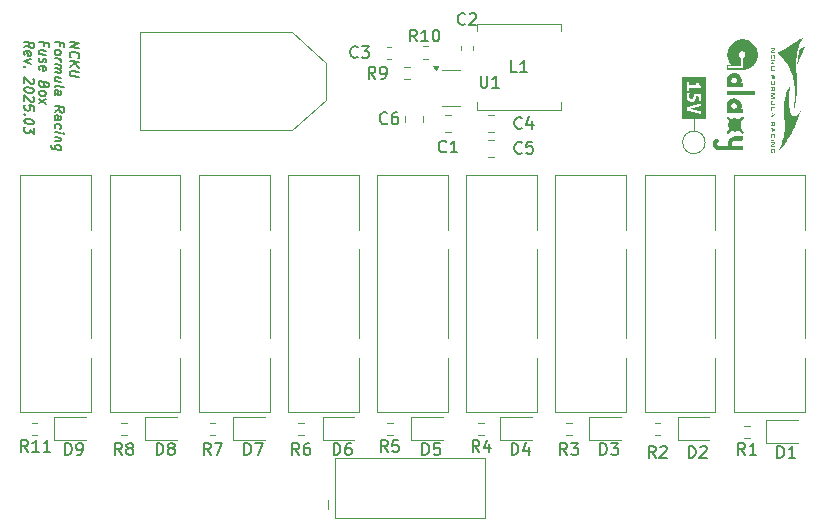
<source format=gbr>
%TF.GenerationSoftware,KiCad,Pcbnew,7.0.11-rc3*%
%TF.CreationDate,2025-03-16T23:27:26+08:00*%
%TF.ProjectId,fuse_box,66757365-5f62-46f7-982e-6b696361645f,rev?*%
%TF.SameCoordinates,Original*%
%TF.FileFunction,Legend,Top*%
%TF.FilePolarity,Positive*%
%FSLAX46Y46*%
G04 Gerber Fmt 4.6, Leading zero omitted, Abs format (unit mm)*
G04 Created by KiCad (PCBNEW 7.0.11-rc3) date 2025-03-16 23:27:26*
%MOMM*%
%LPD*%
G01*
G04 APERTURE LIST*
%ADD10C,0.100000*%
%ADD11C,0.150000*%
%ADD12C,0.120000*%
G04 APERTURE END LIST*
D10*
X123800000Y-52650000D02*
X123800000Y-51100000D01*
D11*
X70969704Y-45084398D02*
X71769704Y-45184398D01*
X71769704Y-45184398D02*
X70969704Y-45541541D01*
X70969704Y-45541541D02*
X71769704Y-45641541D01*
X71045895Y-46389159D02*
X71007800Y-46346302D01*
X71007800Y-46346302D02*
X70969704Y-46227255D01*
X70969704Y-46227255D02*
X70969704Y-46151064D01*
X70969704Y-46151064D02*
X71007800Y-46041540D01*
X71007800Y-46041540D02*
X71083990Y-45974874D01*
X71083990Y-45974874D02*
X71160180Y-45946302D01*
X71160180Y-45946302D02*
X71312561Y-45927255D01*
X71312561Y-45927255D02*
X71426847Y-45941540D01*
X71426847Y-45941540D02*
X71579228Y-45998683D01*
X71579228Y-45998683D02*
X71655419Y-46046302D01*
X71655419Y-46046302D02*
X71731609Y-46132017D01*
X71731609Y-46132017D02*
X71769704Y-46251064D01*
X71769704Y-46251064D02*
X71769704Y-46327255D01*
X71769704Y-46327255D02*
X71731609Y-46436779D01*
X71731609Y-46436779D02*
X71693514Y-46470112D01*
X70969704Y-46722493D02*
X71769704Y-46822493D01*
X70969704Y-47179636D02*
X71426847Y-46893921D01*
X71769704Y-47279636D02*
X71312561Y-46765350D01*
X71769704Y-47622493D02*
X71122085Y-47541540D01*
X71122085Y-47541540D02*
X71045895Y-47570112D01*
X71045895Y-47570112D02*
X71007800Y-47603445D01*
X71007800Y-47603445D02*
X70969704Y-47674874D01*
X70969704Y-47674874D02*
X70969704Y-47827255D01*
X70969704Y-47827255D02*
X71007800Y-47908207D01*
X71007800Y-47908207D02*
X71045895Y-47951064D01*
X71045895Y-47951064D02*
X71122085Y-47998683D01*
X71122085Y-47998683D02*
X71769704Y-48079636D01*
X70100752Y-45403445D02*
X70100752Y-45136779D01*
X69681704Y-45084398D02*
X70481704Y-45184398D01*
X70481704Y-45184398D02*
X70481704Y-45565350D01*
X69681704Y-45884398D02*
X69719800Y-45812969D01*
X69719800Y-45812969D02*
X69757895Y-45779636D01*
X69757895Y-45779636D02*
X69834085Y-45751064D01*
X69834085Y-45751064D02*
X70062657Y-45779636D01*
X70062657Y-45779636D02*
X70138847Y-45827255D01*
X70138847Y-45827255D02*
X70176942Y-45870112D01*
X70176942Y-45870112D02*
X70215038Y-45951064D01*
X70215038Y-45951064D02*
X70215038Y-46065350D01*
X70215038Y-46065350D02*
X70176942Y-46136778D01*
X70176942Y-46136778D02*
X70138847Y-46170112D01*
X70138847Y-46170112D02*
X70062657Y-46198683D01*
X70062657Y-46198683D02*
X69834085Y-46170112D01*
X69834085Y-46170112D02*
X69757895Y-46122493D01*
X69757895Y-46122493D02*
X69719800Y-46079636D01*
X69719800Y-46079636D02*
X69681704Y-45998683D01*
X69681704Y-45998683D02*
X69681704Y-45884398D01*
X69681704Y-46493922D02*
X70215038Y-46560588D01*
X70062657Y-46541541D02*
X70138847Y-46589160D01*
X70138847Y-46589160D02*
X70176942Y-46632017D01*
X70176942Y-46632017D02*
X70215038Y-46712969D01*
X70215038Y-46712969D02*
X70215038Y-46789160D01*
X69681704Y-46989160D02*
X70215038Y-47055826D01*
X70138847Y-47046303D02*
X70176942Y-47089160D01*
X70176942Y-47089160D02*
X70215038Y-47170112D01*
X70215038Y-47170112D02*
X70215038Y-47284398D01*
X70215038Y-47284398D02*
X70176942Y-47355826D01*
X70176942Y-47355826D02*
X70100752Y-47384398D01*
X70100752Y-47384398D02*
X69681704Y-47332017D01*
X70100752Y-47384398D02*
X70176942Y-47432017D01*
X70176942Y-47432017D02*
X70215038Y-47512969D01*
X70215038Y-47512969D02*
X70215038Y-47627255D01*
X70215038Y-47627255D02*
X70176942Y-47698684D01*
X70176942Y-47698684D02*
X70100752Y-47727255D01*
X70100752Y-47727255D02*
X69681704Y-47674874D01*
X70215038Y-48465351D02*
X69681704Y-48398684D01*
X70215038Y-48122493D02*
X69795990Y-48070113D01*
X69795990Y-48070113D02*
X69719800Y-48098684D01*
X69719800Y-48098684D02*
X69681704Y-48170113D01*
X69681704Y-48170113D02*
X69681704Y-48284398D01*
X69681704Y-48284398D02*
X69719800Y-48365351D01*
X69719800Y-48365351D02*
X69757895Y-48408208D01*
X69681704Y-48893923D02*
X69719800Y-48822494D01*
X69719800Y-48822494D02*
X69795990Y-48793923D01*
X69795990Y-48793923D02*
X70481704Y-48879637D01*
X69681704Y-49541542D02*
X70100752Y-49593923D01*
X70100752Y-49593923D02*
X70176942Y-49565351D01*
X70176942Y-49565351D02*
X70215038Y-49493923D01*
X70215038Y-49493923D02*
X70215038Y-49341542D01*
X70215038Y-49341542D02*
X70176942Y-49260590D01*
X69719800Y-49546304D02*
X69681704Y-49465351D01*
X69681704Y-49465351D02*
X69681704Y-49274875D01*
X69681704Y-49274875D02*
X69719800Y-49203447D01*
X69719800Y-49203447D02*
X69795990Y-49174875D01*
X69795990Y-49174875D02*
X69872180Y-49184399D01*
X69872180Y-49184399D02*
X69948371Y-49232018D01*
X69948371Y-49232018D02*
X69986466Y-49312971D01*
X69986466Y-49312971D02*
X69986466Y-49503447D01*
X69986466Y-49503447D02*
X70024561Y-49584399D01*
X69681704Y-50989162D02*
X70062657Y-50770114D01*
X69681704Y-50532019D02*
X70481704Y-50632019D01*
X70481704Y-50632019D02*
X70481704Y-50936781D01*
X70481704Y-50936781D02*
X70443609Y-51008209D01*
X70443609Y-51008209D02*
X70405514Y-51041543D01*
X70405514Y-51041543D02*
X70329323Y-51070114D01*
X70329323Y-51070114D02*
X70215038Y-51055828D01*
X70215038Y-51055828D02*
X70138847Y-51008209D01*
X70138847Y-51008209D02*
X70100752Y-50965352D01*
X70100752Y-50965352D02*
X70062657Y-50884400D01*
X70062657Y-50884400D02*
X70062657Y-50579638D01*
X69681704Y-51674876D02*
X70100752Y-51727257D01*
X70100752Y-51727257D02*
X70176942Y-51698685D01*
X70176942Y-51698685D02*
X70215038Y-51627257D01*
X70215038Y-51627257D02*
X70215038Y-51474876D01*
X70215038Y-51474876D02*
X70176942Y-51393924D01*
X69719800Y-51679638D02*
X69681704Y-51598685D01*
X69681704Y-51598685D02*
X69681704Y-51408209D01*
X69681704Y-51408209D02*
X69719800Y-51336781D01*
X69719800Y-51336781D02*
X69795990Y-51308209D01*
X69795990Y-51308209D02*
X69872180Y-51317733D01*
X69872180Y-51317733D02*
X69948371Y-51365352D01*
X69948371Y-51365352D02*
X69986466Y-51446305D01*
X69986466Y-51446305D02*
X69986466Y-51636781D01*
X69986466Y-51636781D02*
X70024561Y-51717733D01*
X69719800Y-52403448D02*
X69681704Y-52322495D01*
X69681704Y-52322495D02*
X69681704Y-52170115D01*
X69681704Y-52170115D02*
X69719800Y-52098686D01*
X69719800Y-52098686D02*
X69757895Y-52065353D01*
X69757895Y-52065353D02*
X69834085Y-52036781D01*
X69834085Y-52036781D02*
X70062657Y-52065353D01*
X70062657Y-52065353D02*
X70138847Y-52112972D01*
X70138847Y-52112972D02*
X70176942Y-52155829D01*
X70176942Y-52155829D02*
X70215038Y-52236781D01*
X70215038Y-52236781D02*
X70215038Y-52389162D01*
X70215038Y-52389162D02*
X70176942Y-52460591D01*
X69681704Y-52741543D02*
X70215038Y-52808209D01*
X70481704Y-52841543D02*
X70443609Y-52798686D01*
X70443609Y-52798686D02*
X70405514Y-52832019D01*
X70405514Y-52832019D02*
X70443609Y-52874876D01*
X70443609Y-52874876D02*
X70481704Y-52841543D01*
X70481704Y-52841543D02*
X70405514Y-52832019D01*
X70215038Y-53189161D02*
X69681704Y-53122495D01*
X70138847Y-53179638D02*
X70176942Y-53222495D01*
X70176942Y-53222495D02*
X70215038Y-53303447D01*
X70215038Y-53303447D02*
X70215038Y-53417733D01*
X70215038Y-53417733D02*
X70176942Y-53489161D01*
X70176942Y-53489161D02*
X70100752Y-53517733D01*
X70100752Y-53517733D02*
X69681704Y-53465352D01*
X70215038Y-54255829D02*
X69567419Y-54174876D01*
X69567419Y-54174876D02*
X69491228Y-54127257D01*
X69491228Y-54127257D02*
X69453133Y-54084400D01*
X69453133Y-54084400D02*
X69415038Y-54003448D01*
X69415038Y-54003448D02*
X69415038Y-53889162D01*
X69415038Y-53889162D02*
X69453133Y-53817733D01*
X69719800Y-54193924D02*
X69681704Y-54112971D01*
X69681704Y-54112971D02*
X69681704Y-53960591D01*
X69681704Y-53960591D02*
X69719800Y-53889162D01*
X69719800Y-53889162D02*
X69757895Y-53855829D01*
X69757895Y-53855829D02*
X69834085Y-53827257D01*
X69834085Y-53827257D02*
X70062657Y-53855829D01*
X70062657Y-53855829D02*
X70138847Y-53903448D01*
X70138847Y-53903448D02*
X70176942Y-53946305D01*
X70176942Y-53946305D02*
X70215038Y-54027257D01*
X70215038Y-54027257D02*
X70215038Y-54179638D01*
X70215038Y-54179638D02*
X70176942Y-54251067D01*
X68812752Y-45403445D02*
X68812752Y-45136779D01*
X68393704Y-45084398D02*
X69193704Y-45184398D01*
X69193704Y-45184398D02*
X69193704Y-45565350D01*
X68927038Y-46179636D02*
X68393704Y-46112969D01*
X68927038Y-45836778D02*
X68507990Y-45784398D01*
X68507990Y-45784398D02*
X68431800Y-45812969D01*
X68431800Y-45812969D02*
X68393704Y-45884398D01*
X68393704Y-45884398D02*
X68393704Y-45998683D01*
X68393704Y-45998683D02*
X68431800Y-46079636D01*
X68431800Y-46079636D02*
X68469895Y-46122493D01*
X68431800Y-46460588D02*
X68393704Y-46532017D01*
X68393704Y-46532017D02*
X68393704Y-46684398D01*
X68393704Y-46684398D02*
X68431800Y-46765350D01*
X68431800Y-46765350D02*
X68507990Y-46812969D01*
X68507990Y-46812969D02*
X68546085Y-46817731D01*
X68546085Y-46817731D02*
X68622276Y-46789160D01*
X68622276Y-46789160D02*
X68660371Y-46717731D01*
X68660371Y-46717731D02*
X68660371Y-46603446D01*
X68660371Y-46603446D02*
X68698466Y-46532017D01*
X68698466Y-46532017D02*
X68774657Y-46503446D01*
X68774657Y-46503446D02*
X68812752Y-46508208D01*
X68812752Y-46508208D02*
X68888942Y-46555827D01*
X68888942Y-46555827D02*
X68927038Y-46636779D01*
X68927038Y-46636779D02*
X68927038Y-46751065D01*
X68927038Y-46751065D02*
X68888942Y-46822493D01*
X68431800Y-47451065D02*
X68393704Y-47370112D01*
X68393704Y-47370112D02*
X68393704Y-47217731D01*
X68393704Y-47217731D02*
X68431800Y-47146303D01*
X68431800Y-47146303D02*
X68507990Y-47117731D01*
X68507990Y-47117731D02*
X68812752Y-47155827D01*
X68812752Y-47155827D02*
X68888942Y-47203446D01*
X68888942Y-47203446D02*
X68927038Y-47284398D01*
X68927038Y-47284398D02*
X68927038Y-47436779D01*
X68927038Y-47436779D02*
X68888942Y-47508207D01*
X68888942Y-47508207D02*
X68812752Y-47536779D01*
X68812752Y-47536779D02*
X68736561Y-47527255D01*
X68736561Y-47527255D02*
X68660371Y-47136779D01*
X68812752Y-48755826D02*
X68774657Y-48865350D01*
X68774657Y-48865350D02*
X68736561Y-48898684D01*
X68736561Y-48898684D02*
X68660371Y-48927255D01*
X68660371Y-48927255D02*
X68546085Y-48912969D01*
X68546085Y-48912969D02*
X68469895Y-48865350D01*
X68469895Y-48865350D02*
X68431800Y-48822493D01*
X68431800Y-48822493D02*
X68393704Y-48741541D01*
X68393704Y-48741541D02*
X68393704Y-48436779D01*
X68393704Y-48436779D02*
X69193704Y-48536779D01*
X69193704Y-48536779D02*
X69193704Y-48803445D01*
X69193704Y-48803445D02*
X69155609Y-48874874D01*
X69155609Y-48874874D02*
X69117514Y-48908207D01*
X69117514Y-48908207D02*
X69041323Y-48936779D01*
X69041323Y-48936779D02*
X68965133Y-48927255D01*
X68965133Y-48927255D02*
X68888942Y-48879636D01*
X68888942Y-48879636D02*
X68850847Y-48836779D01*
X68850847Y-48836779D02*
X68812752Y-48755826D01*
X68812752Y-48755826D02*
X68812752Y-48489160D01*
X68393704Y-49351065D02*
X68431800Y-49279636D01*
X68431800Y-49279636D02*
X68469895Y-49246303D01*
X68469895Y-49246303D02*
X68546085Y-49217731D01*
X68546085Y-49217731D02*
X68774657Y-49246303D01*
X68774657Y-49246303D02*
X68850847Y-49293922D01*
X68850847Y-49293922D02*
X68888942Y-49336779D01*
X68888942Y-49336779D02*
X68927038Y-49417731D01*
X68927038Y-49417731D02*
X68927038Y-49532017D01*
X68927038Y-49532017D02*
X68888942Y-49603445D01*
X68888942Y-49603445D02*
X68850847Y-49636779D01*
X68850847Y-49636779D02*
X68774657Y-49665350D01*
X68774657Y-49665350D02*
X68546085Y-49636779D01*
X68546085Y-49636779D02*
X68469895Y-49589160D01*
X68469895Y-49589160D02*
X68431800Y-49546303D01*
X68431800Y-49546303D02*
X68393704Y-49465350D01*
X68393704Y-49465350D02*
X68393704Y-49351065D01*
X68393704Y-49884398D02*
X68927038Y-50370113D01*
X68927038Y-49951065D02*
X68393704Y-50303446D01*
X67105704Y-45541541D02*
X67486657Y-45322493D01*
X67105704Y-45084398D02*
X67905704Y-45184398D01*
X67905704Y-45184398D02*
X67905704Y-45489160D01*
X67905704Y-45489160D02*
X67867609Y-45560588D01*
X67867609Y-45560588D02*
X67829514Y-45593922D01*
X67829514Y-45593922D02*
X67753323Y-45622493D01*
X67753323Y-45622493D02*
X67639038Y-45608207D01*
X67639038Y-45608207D02*
X67562847Y-45560588D01*
X67562847Y-45560588D02*
X67524752Y-45517731D01*
X67524752Y-45517731D02*
X67486657Y-45436779D01*
X67486657Y-45436779D02*
X67486657Y-45132017D01*
X67143800Y-46193922D02*
X67105704Y-46112969D01*
X67105704Y-46112969D02*
X67105704Y-45960588D01*
X67105704Y-45960588D02*
X67143800Y-45889160D01*
X67143800Y-45889160D02*
X67219990Y-45860588D01*
X67219990Y-45860588D02*
X67524752Y-45898684D01*
X67524752Y-45898684D02*
X67600942Y-45946303D01*
X67600942Y-45946303D02*
X67639038Y-46027255D01*
X67639038Y-46027255D02*
X67639038Y-46179636D01*
X67639038Y-46179636D02*
X67600942Y-46251064D01*
X67600942Y-46251064D02*
X67524752Y-46279636D01*
X67524752Y-46279636D02*
X67448561Y-46270112D01*
X67448561Y-46270112D02*
X67372371Y-45879636D01*
X67639038Y-46560588D02*
X67105704Y-46684398D01*
X67105704Y-46684398D02*
X67639038Y-46941540D01*
X67181895Y-47189160D02*
X67143800Y-47222493D01*
X67143800Y-47222493D02*
X67105704Y-47179636D01*
X67105704Y-47179636D02*
X67143800Y-47146302D01*
X67143800Y-47146302D02*
X67181895Y-47189160D01*
X67181895Y-47189160D02*
X67105704Y-47179636D01*
X67829514Y-48222493D02*
X67867609Y-48265350D01*
X67867609Y-48265350D02*
X67905704Y-48346302D01*
X67905704Y-48346302D02*
X67905704Y-48536778D01*
X67905704Y-48536778D02*
X67867609Y-48608207D01*
X67867609Y-48608207D02*
X67829514Y-48641540D01*
X67829514Y-48641540D02*
X67753323Y-48670112D01*
X67753323Y-48670112D02*
X67677133Y-48660588D01*
X67677133Y-48660588D02*
X67562847Y-48608207D01*
X67562847Y-48608207D02*
X67105704Y-48093921D01*
X67105704Y-48093921D02*
X67105704Y-48589159D01*
X67905704Y-49184398D02*
X67905704Y-49260588D01*
X67905704Y-49260588D02*
X67867609Y-49332017D01*
X67867609Y-49332017D02*
X67829514Y-49365350D01*
X67829514Y-49365350D02*
X67753323Y-49393922D01*
X67753323Y-49393922D02*
X67600942Y-49412969D01*
X67600942Y-49412969D02*
X67410466Y-49389160D01*
X67410466Y-49389160D02*
X67258085Y-49332017D01*
X67258085Y-49332017D02*
X67181895Y-49284398D01*
X67181895Y-49284398D02*
X67143800Y-49241541D01*
X67143800Y-49241541D02*
X67105704Y-49160588D01*
X67105704Y-49160588D02*
X67105704Y-49084398D01*
X67105704Y-49084398D02*
X67143800Y-49012969D01*
X67143800Y-49012969D02*
X67181895Y-48979636D01*
X67181895Y-48979636D02*
X67258085Y-48951064D01*
X67258085Y-48951064D02*
X67410466Y-48932017D01*
X67410466Y-48932017D02*
X67600942Y-48955826D01*
X67600942Y-48955826D02*
X67753323Y-49012969D01*
X67753323Y-49012969D02*
X67829514Y-49060588D01*
X67829514Y-49060588D02*
X67867609Y-49103445D01*
X67867609Y-49103445D02*
X67905704Y-49184398D01*
X67829514Y-49746303D02*
X67867609Y-49789160D01*
X67867609Y-49789160D02*
X67905704Y-49870112D01*
X67905704Y-49870112D02*
X67905704Y-50060588D01*
X67905704Y-50060588D02*
X67867609Y-50132017D01*
X67867609Y-50132017D02*
X67829514Y-50165350D01*
X67829514Y-50165350D02*
X67753323Y-50193922D01*
X67753323Y-50193922D02*
X67677133Y-50184398D01*
X67677133Y-50184398D02*
X67562847Y-50132017D01*
X67562847Y-50132017D02*
X67105704Y-49617731D01*
X67105704Y-49617731D02*
X67105704Y-50112969D01*
X67905704Y-50936779D02*
X67905704Y-50555827D01*
X67905704Y-50555827D02*
X67524752Y-50470113D01*
X67524752Y-50470113D02*
X67562847Y-50512970D01*
X67562847Y-50512970D02*
X67600942Y-50593922D01*
X67600942Y-50593922D02*
X67600942Y-50784398D01*
X67600942Y-50784398D02*
X67562847Y-50855827D01*
X67562847Y-50855827D02*
X67524752Y-50889160D01*
X67524752Y-50889160D02*
X67448561Y-50917732D01*
X67448561Y-50917732D02*
X67258085Y-50893922D01*
X67258085Y-50893922D02*
X67181895Y-50846303D01*
X67181895Y-50846303D02*
X67143800Y-50803446D01*
X67143800Y-50803446D02*
X67105704Y-50722493D01*
X67105704Y-50722493D02*
X67105704Y-50532017D01*
X67105704Y-50532017D02*
X67143800Y-50460589D01*
X67143800Y-50460589D02*
X67181895Y-50427255D01*
X67181895Y-51227256D02*
X67143800Y-51260589D01*
X67143800Y-51260589D02*
X67105704Y-51217732D01*
X67105704Y-51217732D02*
X67143800Y-51184398D01*
X67143800Y-51184398D02*
X67181895Y-51227256D01*
X67181895Y-51227256D02*
X67105704Y-51217732D01*
X67905704Y-51851065D02*
X67905704Y-51927255D01*
X67905704Y-51927255D02*
X67867609Y-51998684D01*
X67867609Y-51998684D02*
X67829514Y-52032017D01*
X67829514Y-52032017D02*
X67753323Y-52060589D01*
X67753323Y-52060589D02*
X67600942Y-52079636D01*
X67600942Y-52079636D02*
X67410466Y-52055827D01*
X67410466Y-52055827D02*
X67258085Y-51998684D01*
X67258085Y-51998684D02*
X67181895Y-51951065D01*
X67181895Y-51951065D02*
X67143800Y-51908208D01*
X67143800Y-51908208D02*
X67105704Y-51827255D01*
X67105704Y-51827255D02*
X67105704Y-51751065D01*
X67105704Y-51751065D02*
X67143800Y-51679636D01*
X67143800Y-51679636D02*
X67181895Y-51646303D01*
X67181895Y-51646303D02*
X67258085Y-51617731D01*
X67258085Y-51617731D02*
X67410466Y-51598684D01*
X67410466Y-51598684D02*
X67600942Y-51622493D01*
X67600942Y-51622493D02*
X67753323Y-51679636D01*
X67753323Y-51679636D02*
X67829514Y-51727255D01*
X67829514Y-51727255D02*
X67867609Y-51770112D01*
X67867609Y-51770112D02*
X67905704Y-51851065D01*
X67905704Y-52384398D02*
X67905704Y-52879636D01*
X67905704Y-52879636D02*
X67600942Y-52574875D01*
X67600942Y-52574875D02*
X67600942Y-52689160D01*
X67600942Y-52689160D02*
X67562847Y-52760589D01*
X67562847Y-52760589D02*
X67524752Y-52793922D01*
X67524752Y-52793922D02*
X67448561Y-52822494D01*
X67448561Y-52822494D02*
X67258085Y-52798684D01*
X67258085Y-52798684D02*
X67181895Y-52751065D01*
X67181895Y-52751065D02*
X67143800Y-52708208D01*
X67143800Y-52708208D02*
X67105704Y-52627255D01*
X67105704Y-52627255D02*
X67105704Y-52398684D01*
X67105704Y-52398684D02*
X67143800Y-52327255D01*
X67143800Y-52327255D02*
X67181895Y-52293922D01*
D10*
X92808533Y-83903884D02*
X92808533Y-84665789D01*
D11*
X123374405Y-80304819D02*
X123374405Y-79304819D01*
X123374405Y-79304819D02*
X123612500Y-79304819D01*
X123612500Y-79304819D02*
X123755357Y-79352438D01*
X123755357Y-79352438D02*
X123850595Y-79447676D01*
X123850595Y-79447676D02*
X123898214Y-79542914D01*
X123898214Y-79542914D02*
X123945833Y-79733390D01*
X123945833Y-79733390D02*
X123945833Y-79876247D01*
X123945833Y-79876247D02*
X123898214Y-80066723D01*
X123898214Y-80066723D02*
X123850595Y-80161961D01*
X123850595Y-80161961D02*
X123755357Y-80257200D01*
X123755357Y-80257200D02*
X123612500Y-80304819D01*
X123612500Y-80304819D02*
X123374405Y-80304819D01*
X124326786Y-79400057D02*
X124374405Y-79352438D01*
X124374405Y-79352438D02*
X124469643Y-79304819D01*
X124469643Y-79304819D02*
X124707738Y-79304819D01*
X124707738Y-79304819D02*
X124802976Y-79352438D01*
X124802976Y-79352438D02*
X124850595Y-79400057D01*
X124850595Y-79400057D02*
X124898214Y-79495295D01*
X124898214Y-79495295D02*
X124898214Y-79590533D01*
X124898214Y-79590533D02*
X124850595Y-79733390D01*
X124850595Y-79733390D02*
X124279167Y-80304819D01*
X124279167Y-80304819D02*
X124898214Y-80304819D01*
X96833333Y-48204819D02*
X96500000Y-47728628D01*
X96261905Y-48204819D02*
X96261905Y-47204819D01*
X96261905Y-47204819D02*
X96642857Y-47204819D01*
X96642857Y-47204819D02*
X96738095Y-47252438D01*
X96738095Y-47252438D02*
X96785714Y-47300057D01*
X96785714Y-47300057D02*
X96833333Y-47395295D01*
X96833333Y-47395295D02*
X96833333Y-47538152D01*
X96833333Y-47538152D02*
X96785714Y-47633390D01*
X96785714Y-47633390D02*
X96738095Y-47681009D01*
X96738095Y-47681009D02*
X96642857Y-47728628D01*
X96642857Y-47728628D02*
X96261905Y-47728628D01*
X97309524Y-48204819D02*
X97500000Y-48204819D01*
X97500000Y-48204819D02*
X97595238Y-48157200D01*
X97595238Y-48157200D02*
X97642857Y-48109580D01*
X97642857Y-48109580D02*
X97738095Y-47966723D01*
X97738095Y-47966723D02*
X97785714Y-47776247D01*
X97785714Y-47776247D02*
X97785714Y-47395295D01*
X97785714Y-47395295D02*
X97738095Y-47300057D01*
X97738095Y-47300057D02*
X97690476Y-47252438D01*
X97690476Y-47252438D02*
X97595238Y-47204819D01*
X97595238Y-47204819D02*
X97404762Y-47204819D01*
X97404762Y-47204819D02*
X97309524Y-47252438D01*
X97309524Y-47252438D02*
X97261905Y-47300057D01*
X97261905Y-47300057D02*
X97214286Y-47395295D01*
X97214286Y-47395295D02*
X97214286Y-47633390D01*
X97214286Y-47633390D02*
X97261905Y-47728628D01*
X97261905Y-47728628D02*
X97309524Y-47776247D01*
X97309524Y-47776247D02*
X97404762Y-47823866D01*
X97404762Y-47823866D02*
X97595238Y-47823866D01*
X97595238Y-47823866D02*
X97690476Y-47776247D01*
X97690476Y-47776247D02*
X97738095Y-47728628D01*
X97738095Y-47728628D02*
X97785714Y-47633390D01*
X82883333Y-80054819D02*
X82550000Y-79578628D01*
X82311905Y-80054819D02*
X82311905Y-79054819D01*
X82311905Y-79054819D02*
X82692857Y-79054819D01*
X82692857Y-79054819D02*
X82788095Y-79102438D01*
X82788095Y-79102438D02*
X82835714Y-79150057D01*
X82835714Y-79150057D02*
X82883333Y-79245295D01*
X82883333Y-79245295D02*
X82883333Y-79388152D01*
X82883333Y-79388152D02*
X82835714Y-79483390D01*
X82835714Y-79483390D02*
X82788095Y-79531009D01*
X82788095Y-79531009D02*
X82692857Y-79578628D01*
X82692857Y-79578628D02*
X82311905Y-79578628D01*
X83216667Y-79054819D02*
X83883333Y-79054819D01*
X83883333Y-79054819D02*
X83454762Y-80054819D01*
X109233333Y-54459580D02*
X109185714Y-54507200D01*
X109185714Y-54507200D02*
X109042857Y-54554819D01*
X109042857Y-54554819D02*
X108947619Y-54554819D01*
X108947619Y-54554819D02*
X108804762Y-54507200D01*
X108804762Y-54507200D02*
X108709524Y-54411961D01*
X108709524Y-54411961D02*
X108661905Y-54316723D01*
X108661905Y-54316723D02*
X108614286Y-54126247D01*
X108614286Y-54126247D02*
X108614286Y-53983390D01*
X108614286Y-53983390D02*
X108661905Y-53792914D01*
X108661905Y-53792914D02*
X108709524Y-53697676D01*
X108709524Y-53697676D02*
X108804762Y-53602438D01*
X108804762Y-53602438D02*
X108947619Y-53554819D01*
X108947619Y-53554819D02*
X109042857Y-53554819D01*
X109042857Y-53554819D02*
X109185714Y-53602438D01*
X109185714Y-53602438D02*
X109233333Y-53650057D01*
X110138095Y-53554819D02*
X109661905Y-53554819D01*
X109661905Y-53554819D02*
X109614286Y-54031009D01*
X109614286Y-54031009D02*
X109661905Y-53983390D01*
X109661905Y-53983390D02*
X109757143Y-53935771D01*
X109757143Y-53935771D02*
X109995238Y-53935771D01*
X109995238Y-53935771D02*
X110090476Y-53983390D01*
X110090476Y-53983390D02*
X110138095Y-54031009D01*
X110138095Y-54031009D02*
X110185714Y-54126247D01*
X110185714Y-54126247D02*
X110185714Y-54364342D01*
X110185714Y-54364342D02*
X110138095Y-54459580D01*
X110138095Y-54459580D02*
X110090476Y-54507200D01*
X110090476Y-54507200D02*
X109995238Y-54554819D01*
X109995238Y-54554819D02*
X109757143Y-54554819D01*
X109757143Y-54554819D02*
X109661905Y-54507200D01*
X109661905Y-54507200D02*
X109614286Y-54459580D01*
X128133333Y-80054819D02*
X127800000Y-79578628D01*
X127561905Y-80054819D02*
X127561905Y-79054819D01*
X127561905Y-79054819D02*
X127942857Y-79054819D01*
X127942857Y-79054819D02*
X128038095Y-79102438D01*
X128038095Y-79102438D02*
X128085714Y-79150057D01*
X128085714Y-79150057D02*
X128133333Y-79245295D01*
X128133333Y-79245295D02*
X128133333Y-79388152D01*
X128133333Y-79388152D02*
X128085714Y-79483390D01*
X128085714Y-79483390D02*
X128038095Y-79531009D01*
X128038095Y-79531009D02*
X127942857Y-79578628D01*
X127942857Y-79578628D02*
X127561905Y-79578628D01*
X129085714Y-80054819D02*
X128514286Y-80054819D01*
X128800000Y-80054819D02*
X128800000Y-79054819D01*
X128800000Y-79054819D02*
X128704762Y-79197676D01*
X128704762Y-79197676D02*
X128609524Y-79292914D01*
X128609524Y-79292914D02*
X128514286Y-79340533D01*
X67407142Y-79804819D02*
X67073809Y-79328628D01*
X66835714Y-79804819D02*
X66835714Y-78804819D01*
X66835714Y-78804819D02*
X67216666Y-78804819D01*
X67216666Y-78804819D02*
X67311904Y-78852438D01*
X67311904Y-78852438D02*
X67359523Y-78900057D01*
X67359523Y-78900057D02*
X67407142Y-78995295D01*
X67407142Y-78995295D02*
X67407142Y-79138152D01*
X67407142Y-79138152D02*
X67359523Y-79233390D01*
X67359523Y-79233390D02*
X67311904Y-79281009D01*
X67311904Y-79281009D02*
X67216666Y-79328628D01*
X67216666Y-79328628D02*
X66835714Y-79328628D01*
X68359523Y-79804819D02*
X67788095Y-79804819D01*
X68073809Y-79804819D02*
X68073809Y-78804819D01*
X68073809Y-78804819D02*
X67978571Y-78947676D01*
X67978571Y-78947676D02*
X67883333Y-79042914D01*
X67883333Y-79042914D02*
X67788095Y-79090533D01*
X69311904Y-79804819D02*
X68740476Y-79804819D01*
X69026190Y-79804819D02*
X69026190Y-78804819D01*
X69026190Y-78804819D02*
X68930952Y-78947676D01*
X68930952Y-78947676D02*
X68835714Y-79042914D01*
X68835714Y-79042914D02*
X68740476Y-79090533D01*
X85749405Y-80054819D02*
X85749405Y-79054819D01*
X85749405Y-79054819D02*
X85987500Y-79054819D01*
X85987500Y-79054819D02*
X86130357Y-79102438D01*
X86130357Y-79102438D02*
X86225595Y-79197676D01*
X86225595Y-79197676D02*
X86273214Y-79292914D01*
X86273214Y-79292914D02*
X86320833Y-79483390D01*
X86320833Y-79483390D02*
X86320833Y-79626247D01*
X86320833Y-79626247D02*
X86273214Y-79816723D01*
X86273214Y-79816723D02*
X86225595Y-79911961D01*
X86225595Y-79911961D02*
X86130357Y-80007200D01*
X86130357Y-80007200D02*
X85987500Y-80054819D01*
X85987500Y-80054819D02*
X85749405Y-80054819D01*
X86654167Y-79054819D02*
X87320833Y-79054819D01*
X87320833Y-79054819D02*
X86892262Y-80054819D01*
X78311905Y-80054819D02*
X78311905Y-79054819D01*
X78311905Y-79054819D02*
X78550000Y-79054819D01*
X78550000Y-79054819D02*
X78692857Y-79102438D01*
X78692857Y-79102438D02*
X78788095Y-79197676D01*
X78788095Y-79197676D02*
X78835714Y-79292914D01*
X78835714Y-79292914D02*
X78883333Y-79483390D01*
X78883333Y-79483390D02*
X78883333Y-79626247D01*
X78883333Y-79626247D02*
X78835714Y-79816723D01*
X78835714Y-79816723D02*
X78788095Y-79911961D01*
X78788095Y-79911961D02*
X78692857Y-80007200D01*
X78692857Y-80007200D02*
X78550000Y-80054819D01*
X78550000Y-80054819D02*
X78311905Y-80054819D01*
X79454762Y-79483390D02*
X79359524Y-79435771D01*
X79359524Y-79435771D02*
X79311905Y-79388152D01*
X79311905Y-79388152D02*
X79264286Y-79292914D01*
X79264286Y-79292914D02*
X79264286Y-79245295D01*
X79264286Y-79245295D02*
X79311905Y-79150057D01*
X79311905Y-79150057D02*
X79359524Y-79102438D01*
X79359524Y-79102438D02*
X79454762Y-79054819D01*
X79454762Y-79054819D02*
X79645238Y-79054819D01*
X79645238Y-79054819D02*
X79740476Y-79102438D01*
X79740476Y-79102438D02*
X79788095Y-79150057D01*
X79788095Y-79150057D02*
X79835714Y-79245295D01*
X79835714Y-79245295D02*
X79835714Y-79292914D01*
X79835714Y-79292914D02*
X79788095Y-79388152D01*
X79788095Y-79388152D02*
X79740476Y-79435771D01*
X79740476Y-79435771D02*
X79645238Y-79483390D01*
X79645238Y-79483390D02*
X79454762Y-79483390D01*
X79454762Y-79483390D02*
X79359524Y-79531009D01*
X79359524Y-79531009D02*
X79311905Y-79578628D01*
X79311905Y-79578628D02*
X79264286Y-79673866D01*
X79264286Y-79673866D02*
X79264286Y-79864342D01*
X79264286Y-79864342D02*
X79311905Y-79959580D01*
X79311905Y-79959580D02*
X79359524Y-80007200D01*
X79359524Y-80007200D02*
X79454762Y-80054819D01*
X79454762Y-80054819D02*
X79645238Y-80054819D01*
X79645238Y-80054819D02*
X79740476Y-80007200D01*
X79740476Y-80007200D02*
X79788095Y-79959580D01*
X79788095Y-79959580D02*
X79835714Y-79864342D01*
X79835714Y-79864342D02*
X79835714Y-79673866D01*
X79835714Y-79673866D02*
X79788095Y-79578628D01*
X79788095Y-79578628D02*
X79740476Y-79531009D01*
X79740476Y-79531009D02*
X79645238Y-79483390D01*
X100357142Y-45054819D02*
X100023809Y-44578628D01*
X99785714Y-45054819D02*
X99785714Y-44054819D01*
X99785714Y-44054819D02*
X100166666Y-44054819D01*
X100166666Y-44054819D02*
X100261904Y-44102438D01*
X100261904Y-44102438D02*
X100309523Y-44150057D01*
X100309523Y-44150057D02*
X100357142Y-44245295D01*
X100357142Y-44245295D02*
X100357142Y-44388152D01*
X100357142Y-44388152D02*
X100309523Y-44483390D01*
X100309523Y-44483390D02*
X100261904Y-44531009D01*
X100261904Y-44531009D02*
X100166666Y-44578628D01*
X100166666Y-44578628D02*
X99785714Y-44578628D01*
X101309523Y-45054819D02*
X100738095Y-45054819D01*
X101023809Y-45054819D02*
X101023809Y-44054819D01*
X101023809Y-44054819D02*
X100928571Y-44197676D01*
X100928571Y-44197676D02*
X100833333Y-44292914D01*
X100833333Y-44292914D02*
X100738095Y-44340533D01*
X101928571Y-44054819D02*
X102023809Y-44054819D01*
X102023809Y-44054819D02*
X102119047Y-44102438D01*
X102119047Y-44102438D02*
X102166666Y-44150057D01*
X102166666Y-44150057D02*
X102214285Y-44245295D01*
X102214285Y-44245295D02*
X102261904Y-44435771D01*
X102261904Y-44435771D02*
X102261904Y-44673866D01*
X102261904Y-44673866D02*
X102214285Y-44864342D01*
X102214285Y-44864342D02*
X102166666Y-44959580D01*
X102166666Y-44959580D02*
X102119047Y-45007200D01*
X102119047Y-45007200D02*
X102023809Y-45054819D01*
X102023809Y-45054819D02*
X101928571Y-45054819D01*
X101928571Y-45054819D02*
X101833333Y-45007200D01*
X101833333Y-45007200D02*
X101785714Y-44959580D01*
X101785714Y-44959580D02*
X101738095Y-44864342D01*
X101738095Y-44864342D02*
X101690476Y-44673866D01*
X101690476Y-44673866D02*
X101690476Y-44435771D01*
X101690476Y-44435771D02*
X101738095Y-44245295D01*
X101738095Y-44245295D02*
X101785714Y-44150057D01*
X101785714Y-44150057D02*
X101833333Y-44102438D01*
X101833333Y-44102438D02*
X101928571Y-44054819D01*
X108833333Y-47654819D02*
X108357143Y-47654819D01*
X108357143Y-47654819D02*
X108357143Y-46654819D01*
X109690476Y-47654819D02*
X109119048Y-47654819D01*
X109404762Y-47654819D02*
X109404762Y-46654819D01*
X109404762Y-46654819D02*
X109309524Y-46797676D01*
X109309524Y-46797676D02*
X109214286Y-46892914D01*
X109214286Y-46892914D02*
X109119048Y-46940533D01*
X100811905Y-80054819D02*
X100811905Y-79054819D01*
X100811905Y-79054819D02*
X101050000Y-79054819D01*
X101050000Y-79054819D02*
X101192857Y-79102438D01*
X101192857Y-79102438D02*
X101288095Y-79197676D01*
X101288095Y-79197676D02*
X101335714Y-79292914D01*
X101335714Y-79292914D02*
X101383333Y-79483390D01*
X101383333Y-79483390D02*
X101383333Y-79626247D01*
X101383333Y-79626247D02*
X101335714Y-79816723D01*
X101335714Y-79816723D02*
X101288095Y-79911961D01*
X101288095Y-79911961D02*
X101192857Y-80007200D01*
X101192857Y-80007200D02*
X101050000Y-80054819D01*
X101050000Y-80054819D02*
X100811905Y-80054819D01*
X102288095Y-79054819D02*
X101811905Y-79054819D01*
X101811905Y-79054819D02*
X101764286Y-79531009D01*
X101764286Y-79531009D02*
X101811905Y-79483390D01*
X101811905Y-79483390D02*
X101907143Y-79435771D01*
X101907143Y-79435771D02*
X102145238Y-79435771D01*
X102145238Y-79435771D02*
X102240476Y-79483390D01*
X102240476Y-79483390D02*
X102288095Y-79531009D01*
X102288095Y-79531009D02*
X102335714Y-79626247D01*
X102335714Y-79626247D02*
X102335714Y-79864342D01*
X102335714Y-79864342D02*
X102288095Y-79959580D01*
X102288095Y-79959580D02*
X102240476Y-80007200D01*
X102240476Y-80007200D02*
X102145238Y-80054819D01*
X102145238Y-80054819D02*
X101907143Y-80054819D01*
X101907143Y-80054819D02*
X101811905Y-80007200D01*
X101811905Y-80007200D02*
X101764286Y-79959580D01*
X102833333Y-54359580D02*
X102785714Y-54407200D01*
X102785714Y-54407200D02*
X102642857Y-54454819D01*
X102642857Y-54454819D02*
X102547619Y-54454819D01*
X102547619Y-54454819D02*
X102404762Y-54407200D01*
X102404762Y-54407200D02*
X102309524Y-54311961D01*
X102309524Y-54311961D02*
X102261905Y-54216723D01*
X102261905Y-54216723D02*
X102214286Y-54026247D01*
X102214286Y-54026247D02*
X102214286Y-53883390D01*
X102214286Y-53883390D02*
X102261905Y-53692914D01*
X102261905Y-53692914D02*
X102309524Y-53597676D01*
X102309524Y-53597676D02*
X102404762Y-53502438D01*
X102404762Y-53502438D02*
X102547619Y-53454819D01*
X102547619Y-53454819D02*
X102642857Y-53454819D01*
X102642857Y-53454819D02*
X102785714Y-53502438D01*
X102785714Y-53502438D02*
X102833333Y-53550057D01*
X103785714Y-54454819D02*
X103214286Y-54454819D01*
X103500000Y-54454819D02*
X103500000Y-53454819D01*
X103500000Y-53454819D02*
X103404762Y-53597676D01*
X103404762Y-53597676D02*
X103309524Y-53692914D01*
X103309524Y-53692914D02*
X103214286Y-53740533D01*
X97883333Y-79804819D02*
X97550000Y-79328628D01*
X97311905Y-79804819D02*
X97311905Y-78804819D01*
X97311905Y-78804819D02*
X97692857Y-78804819D01*
X97692857Y-78804819D02*
X97788095Y-78852438D01*
X97788095Y-78852438D02*
X97835714Y-78900057D01*
X97835714Y-78900057D02*
X97883333Y-78995295D01*
X97883333Y-78995295D02*
X97883333Y-79138152D01*
X97883333Y-79138152D02*
X97835714Y-79233390D01*
X97835714Y-79233390D02*
X97788095Y-79281009D01*
X97788095Y-79281009D02*
X97692857Y-79328628D01*
X97692857Y-79328628D02*
X97311905Y-79328628D01*
X98788095Y-78804819D02*
X98311905Y-78804819D01*
X98311905Y-78804819D02*
X98264286Y-79281009D01*
X98264286Y-79281009D02*
X98311905Y-79233390D01*
X98311905Y-79233390D02*
X98407143Y-79185771D01*
X98407143Y-79185771D02*
X98645238Y-79185771D01*
X98645238Y-79185771D02*
X98740476Y-79233390D01*
X98740476Y-79233390D02*
X98788095Y-79281009D01*
X98788095Y-79281009D02*
X98835714Y-79376247D01*
X98835714Y-79376247D02*
X98835714Y-79614342D01*
X98835714Y-79614342D02*
X98788095Y-79709580D01*
X98788095Y-79709580D02*
X98740476Y-79757200D01*
X98740476Y-79757200D02*
X98645238Y-79804819D01*
X98645238Y-79804819D02*
X98407143Y-79804819D01*
X98407143Y-79804819D02*
X98311905Y-79757200D01*
X98311905Y-79757200D02*
X98264286Y-79709580D01*
X130874405Y-80304819D02*
X130874405Y-79304819D01*
X130874405Y-79304819D02*
X131112500Y-79304819D01*
X131112500Y-79304819D02*
X131255357Y-79352438D01*
X131255357Y-79352438D02*
X131350595Y-79447676D01*
X131350595Y-79447676D02*
X131398214Y-79542914D01*
X131398214Y-79542914D02*
X131445833Y-79733390D01*
X131445833Y-79733390D02*
X131445833Y-79876247D01*
X131445833Y-79876247D02*
X131398214Y-80066723D01*
X131398214Y-80066723D02*
X131350595Y-80161961D01*
X131350595Y-80161961D02*
X131255357Y-80257200D01*
X131255357Y-80257200D02*
X131112500Y-80304819D01*
X131112500Y-80304819D02*
X130874405Y-80304819D01*
X132398214Y-80304819D02*
X131826786Y-80304819D01*
X132112500Y-80304819D02*
X132112500Y-79304819D01*
X132112500Y-79304819D02*
X132017262Y-79447676D01*
X132017262Y-79447676D02*
X131922024Y-79542914D01*
X131922024Y-79542914D02*
X131826786Y-79590533D01*
X105738095Y-47954819D02*
X105738095Y-48764342D01*
X105738095Y-48764342D02*
X105785714Y-48859580D01*
X105785714Y-48859580D02*
X105833333Y-48907200D01*
X105833333Y-48907200D02*
X105928571Y-48954819D01*
X105928571Y-48954819D02*
X106119047Y-48954819D01*
X106119047Y-48954819D02*
X106214285Y-48907200D01*
X106214285Y-48907200D02*
X106261904Y-48859580D01*
X106261904Y-48859580D02*
X106309523Y-48764342D01*
X106309523Y-48764342D02*
X106309523Y-47954819D01*
X107309523Y-48954819D02*
X106738095Y-48954819D01*
X107023809Y-48954819D02*
X107023809Y-47954819D01*
X107023809Y-47954819D02*
X106928571Y-48097676D01*
X106928571Y-48097676D02*
X106833333Y-48192914D01*
X106833333Y-48192914D02*
X106738095Y-48240533D01*
X75383333Y-80054819D02*
X75050000Y-79578628D01*
X74811905Y-80054819D02*
X74811905Y-79054819D01*
X74811905Y-79054819D02*
X75192857Y-79054819D01*
X75192857Y-79054819D02*
X75288095Y-79102438D01*
X75288095Y-79102438D02*
X75335714Y-79150057D01*
X75335714Y-79150057D02*
X75383333Y-79245295D01*
X75383333Y-79245295D02*
X75383333Y-79388152D01*
X75383333Y-79388152D02*
X75335714Y-79483390D01*
X75335714Y-79483390D02*
X75288095Y-79531009D01*
X75288095Y-79531009D02*
X75192857Y-79578628D01*
X75192857Y-79578628D02*
X74811905Y-79578628D01*
X75954762Y-79483390D02*
X75859524Y-79435771D01*
X75859524Y-79435771D02*
X75811905Y-79388152D01*
X75811905Y-79388152D02*
X75764286Y-79292914D01*
X75764286Y-79292914D02*
X75764286Y-79245295D01*
X75764286Y-79245295D02*
X75811905Y-79150057D01*
X75811905Y-79150057D02*
X75859524Y-79102438D01*
X75859524Y-79102438D02*
X75954762Y-79054819D01*
X75954762Y-79054819D02*
X76145238Y-79054819D01*
X76145238Y-79054819D02*
X76240476Y-79102438D01*
X76240476Y-79102438D02*
X76288095Y-79150057D01*
X76288095Y-79150057D02*
X76335714Y-79245295D01*
X76335714Y-79245295D02*
X76335714Y-79292914D01*
X76335714Y-79292914D02*
X76288095Y-79388152D01*
X76288095Y-79388152D02*
X76240476Y-79435771D01*
X76240476Y-79435771D02*
X76145238Y-79483390D01*
X76145238Y-79483390D02*
X75954762Y-79483390D01*
X75954762Y-79483390D02*
X75859524Y-79531009D01*
X75859524Y-79531009D02*
X75811905Y-79578628D01*
X75811905Y-79578628D02*
X75764286Y-79673866D01*
X75764286Y-79673866D02*
X75764286Y-79864342D01*
X75764286Y-79864342D02*
X75811905Y-79959580D01*
X75811905Y-79959580D02*
X75859524Y-80007200D01*
X75859524Y-80007200D02*
X75954762Y-80054819D01*
X75954762Y-80054819D02*
X76145238Y-80054819D01*
X76145238Y-80054819D02*
X76240476Y-80007200D01*
X76240476Y-80007200D02*
X76288095Y-79959580D01*
X76288095Y-79959580D02*
X76335714Y-79864342D01*
X76335714Y-79864342D02*
X76335714Y-79673866D01*
X76335714Y-79673866D02*
X76288095Y-79578628D01*
X76288095Y-79578628D02*
X76240476Y-79531009D01*
X76240476Y-79531009D02*
X76145238Y-79483390D01*
X93311905Y-80054819D02*
X93311905Y-79054819D01*
X93311905Y-79054819D02*
X93550000Y-79054819D01*
X93550000Y-79054819D02*
X93692857Y-79102438D01*
X93692857Y-79102438D02*
X93788095Y-79197676D01*
X93788095Y-79197676D02*
X93835714Y-79292914D01*
X93835714Y-79292914D02*
X93883333Y-79483390D01*
X93883333Y-79483390D02*
X93883333Y-79626247D01*
X93883333Y-79626247D02*
X93835714Y-79816723D01*
X93835714Y-79816723D02*
X93788095Y-79911961D01*
X93788095Y-79911961D02*
X93692857Y-80007200D01*
X93692857Y-80007200D02*
X93550000Y-80054819D01*
X93550000Y-80054819D02*
X93311905Y-80054819D01*
X94740476Y-79054819D02*
X94550000Y-79054819D01*
X94550000Y-79054819D02*
X94454762Y-79102438D01*
X94454762Y-79102438D02*
X94407143Y-79150057D01*
X94407143Y-79150057D02*
X94311905Y-79292914D01*
X94311905Y-79292914D02*
X94264286Y-79483390D01*
X94264286Y-79483390D02*
X94264286Y-79864342D01*
X94264286Y-79864342D02*
X94311905Y-79959580D01*
X94311905Y-79959580D02*
X94359524Y-80007200D01*
X94359524Y-80007200D02*
X94454762Y-80054819D01*
X94454762Y-80054819D02*
X94645238Y-80054819D01*
X94645238Y-80054819D02*
X94740476Y-80007200D01*
X94740476Y-80007200D02*
X94788095Y-79959580D01*
X94788095Y-79959580D02*
X94835714Y-79864342D01*
X94835714Y-79864342D02*
X94835714Y-79626247D01*
X94835714Y-79626247D02*
X94788095Y-79531009D01*
X94788095Y-79531009D02*
X94740476Y-79483390D01*
X94740476Y-79483390D02*
X94645238Y-79435771D01*
X94645238Y-79435771D02*
X94454762Y-79435771D01*
X94454762Y-79435771D02*
X94359524Y-79483390D01*
X94359524Y-79483390D02*
X94311905Y-79531009D01*
X94311905Y-79531009D02*
X94264286Y-79626247D01*
X113058333Y-80054819D02*
X112725000Y-79578628D01*
X112486905Y-80054819D02*
X112486905Y-79054819D01*
X112486905Y-79054819D02*
X112867857Y-79054819D01*
X112867857Y-79054819D02*
X112963095Y-79102438D01*
X112963095Y-79102438D02*
X113010714Y-79150057D01*
X113010714Y-79150057D02*
X113058333Y-79245295D01*
X113058333Y-79245295D02*
X113058333Y-79388152D01*
X113058333Y-79388152D02*
X113010714Y-79483390D01*
X113010714Y-79483390D02*
X112963095Y-79531009D01*
X112963095Y-79531009D02*
X112867857Y-79578628D01*
X112867857Y-79578628D02*
X112486905Y-79578628D01*
X113391667Y-79054819D02*
X114010714Y-79054819D01*
X114010714Y-79054819D02*
X113677381Y-79435771D01*
X113677381Y-79435771D02*
X113820238Y-79435771D01*
X113820238Y-79435771D02*
X113915476Y-79483390D01*
X113915476Y-79483390D02*
X113963095Y-79531009D01*
X113963095Y-79531009D02*
X114010714Y-79626247D01*
X114010714Y-79626247D02*
X114010714Y-79864342D01*
X114010714Y-79864342D02*
X113963095Y-79959580D01*
X113963095Y-79959580D02*
X113915476Y-80007200D01*
X113915476Y-80007200D02*
X113820238Y-80054819D01*
X113820238Y-80054819D02*
X113534524Y-80054819D01*
X113534524Y-80054819D02*
X113439286Y-80007200D01*
X113439286Y-80007200D02*
X113391667Y-79959580D01*
X120558333Y-80304819D02*
X120225000Y-79828628D01*
X119986905Y-80304819D02*
X119986905Y-79304819D01*
X119986905Y-79304819D02*
X120367857Y-79304819D01*
X120367857Y-79304819D02*
X120463095Y-79352438D01*
X120463095Y-79352438D02*
X120510714Y-79400057D01*
X120510714Y-79400057D02*
X120558333Y-79495295D01*
X120558333Y-79495295D02*
X120558333Y-79638152D01*
X120558333Y-79638152D02*
X120510714Y-79733390D01*
X120510714Y-79733390D02*
X120463095Y-79781009D01*
X120463095Y-79781009D02*
X120367857Y-79828628D01*
X120367857Y-79828628D02*
X119986905Y-79828628D01*
X120939286Y-79400057D02*
X120986905Y-79352438D01*
X120986905Y-79352438D02*
X121082143Y-79304819D01*
X121082143Y-79304819D02*
X121320238Y-79304819D01*
X121320238Y-79304819D02*
X121415476Y-79352438D01*
X121415476Y-79352438D02*
X121463095Y-79400057D01*
X121463095Y-79400057D02*
X121510714Y-79495295D01*
X121510714Y-79495295D02*
X121510714Y-79590533D01*
X121510714Y-79590533D02*
X121463095Y-79733390D01*
X121463095Y-79733390D02*
X120891667Y-80304819D01*
X120891667Y-80304819D02*
X121510714Y-80304819D01*
X109233333Y-52359580D02*
X109185714Y-52407200D01*
X109185714Y-52407200D02*
X109042857Y-52454819D01*
X109042857Y-52454819D02*
X108947619Y-52454819D01*
X108947619Y-52454819D02*
X108804762Y-52407200D01*
X108804762Y-52407200D02*
X108709524Y-52311961D01*
X108709524Y-52311961D02*
X108661905Y-52216723D01*
X108661905Y-52216723D02*
X108614286Y-52026247D01*
X108614286Y-52026247D02*
X108614286Y-51883390D01*
X108614286Y-51883390D02*
X108661905Y-51692914D01*
X108661905Y-51692914D02*
X108709524Y-51597676D01*
X108709524Y-51597676D02*
X108804762Y-51502438D01*
X108804762Y-51502438D02*
X108947619Y-51454819D01*
X108947619Y-51454819D02*
X109042857Y-51454819D01*
X109042857Y-51454819D02*
X109185714Y-51502438D01*
X109185714Y-51502438D02*
X109233333Y-51550057D01*
X110090476Y-51788152D02*
X110090476Y-52454819D01*
X109852381Y-51407200D02*
X109614286Y-52121485D01*
X109614286Y-52121485D02*
X110233333Y-52121485D01*
X115874405Y-80054819D02*
X115874405Y-79054819D01*
X115874405Y-79054819D02*
X116112500Y-79054819D01*
X116112500Y-79054819D02*
X116255357Y-79102438D01*
X116255357Y-79102438D02*
X116350595Y-79197676D01*
X116350595Y-79197676D02*
X116398214Y-79292914D01*
X116398214Y-79292914D02*
X116445833Y-79483390D01*
X116445833Y-79483390D02*
X116445833Y-79626247D01*
X116445833Y-79626247D02*
X116398214Y-79816723D01*
X116398214Y-79816723D02*
X116350595Y-79911961D01*
X116350595Y-79911961D02*
X116255357Y-80007200D01*
X116255357Y-80007200D02*
X116112500Y-80054819D01*
X116112500Y-80054819D02*
X115874405Y-80054819D01*
X116779167Y-79054819D02*
X117398214Y-79054819D01*
X117398214Y-79054819D02*
X117064881Y-79435771D01*
X117064881Y-79435771D02*
X117207738Y-79435771D01*
X117207738Y-79435771D02*
X117302976Y-79483390D01*
X117302976Y-79483390D02*
X117350595Y-79531009D01*
X117350595Y-79531009D02*
X117398214Y-79626247D01*
X117398214Y-79626247D02*
X117398214Y-79864342D01*
X117398214Y-79864342D02*
X117350595Y-79959580D01*
X117350595Y-79959580D02*
X117302976Y-80007200D01*
X117302976Y-80007200D02*
X117207738Y-80054819D01*
X117207738Y-80054819D02*
X116922024Y-80054819D01*
X116922024Y-80054819D02*
X116826786Y-80007200D01*
X116826786Y-80007200D02*
X116779167Y-79959580D01*
X90383333Y-80054819D02*
X90050000Y-79578628D01*
X89811905Y-80054819D02*
X89811905Y-79054819D01*
X89811905Y-79054819D02*
X90192857Y-79054819D01*
X90192857Y-79054819D02*
X90288095Y-79102438D01*
X90288095Y-79102438D02*
X90335714Y-79150057D01*
X90335714Y-79150057D02*
X90383333Y-79245295D01*
X90383333Y-79245295D02*
X90383333Y-79388152D01*
X90383333Y-79388152D02*
X90335714Y-79483390D01*
X90335714Y-79483390D02*
X90288095Y-79531009D01*
X90288095Y-79531009D02*
X90192857Y-79578628D01*
X90192857Y-79578628D02*
X89811905Y-79578628D01*
X91240476Y-79054819D02*
X91050000Y-79054819D01*
X91050000Y-79054819D02*
X90954762Y-79102438D01*
X90954762Y-79102438D02*
X90907143Y-79150057D01*
X90907143Y-79150057D02*
X90811905Y-79292914D01*
X90811905Y-79292914D02*
X90764286Y-79483390D01*
X90764286Y-79483390D02*
X90764286Y-79864342D01*
X90764286Y-79864342D02*
X90811905Y-79959580D01*
X90811905Y-79959580D02*
X90859524Y-80007200D01*
X90859524Y-80007200D02*
X90954762Y-80054819D01*
X90954762Y-80054819D02*
X91145238Y-80054819D01*
X91145238Y-80054819D02*
X91240476Y-80007200D01*
X91240476Y-80007200D02*
X91288095Y-79959580D01*
X91288095Y-79959580D02*
X91335714Y-79864342D01*
X91335714Y-79864342D02*
X91335714Y-79626247D01*
X91335714Y-79626247D02*
X91288095Y-79531009D01*
X91288095Y-79531009D02*
X91240476Y-79483390D01*
X91240476Y-79483390D02*
X91145238Y-79435771D01*
X91145238Y-79435771D02*
X90954762Y-79435771D01*
X90954762Y-79435771D02*
X90859524Y-79483390D01*
X90859524Y-79483390D02*
X90811905Y-79531009D01*
X90811905Y-79531009D02*
X90764286Y-79626247D01*
X104433333Y-43559580D02*
X104385714Y-43607200D01*
X104385714Y-43607200D02*
X104242857Y-43654819D01*
X104242857Y-43654819D02*
X104147619Y-43654819D01*
X104147619Y-43654819D02*
X104004762Y-43607200D01*
X104004762Y-43607200D02*
X103909524Y-43511961D01*
X103909524Y-43511961D02*
X103861905Y-43416723D01*
X103861905Y-43416723D02*
X103814286Y-43226247D01*
X103814286Y-43226247D02*
X103814286Y-43083390D01*
X103814286Y-43083390D02*
X103861905Y-42892914D01*
X103861905Y-42892914D02*
X103909524Y-42797676D01*
X103909524Y-42797676D02*
X104004762Y-42702438D01*
X104004762Y-42702438D02*
X104147619Y-42654819D01*
X104147619Y-42654819D02*
X104242857Y-42654819D01*
X104242857Y-42654819D02*
X104385714Y-42702438D01*
X104385714Y-42702438D02*
X104433333Y-42750057D01*
X104814286Y-42750057D02*
X104861905Y-42702438D01*
X104861905Y-42702438D02*
X104957143Y-42654819D01*
X104957143Y-42654819D02*
X105195238Y-42654819D01*
X105195238Y-42654819D02*
X105290476Y-42702438D01*
X105290476Y-42702438D02*
X105338095Y-42750057D01*
X105338095Y-42750057D02*
X105385714Y-42845295D01*
X105385714Y-42845295D02*
X105385714Y-42940533D01*
X105385714Y-42940533D02*
X105338095Y-43083390D01*
X105338095Y-43083390D02*
X104766667Y-43654819D01*
X104766667Y-43654819D02*
X105385714Y-43654819D01*
X108374405Y-80054819D02*
X108374405Y-79054819D01*
X108374405Y-79054819D02*
X108612500Y-79054819D01*
X108612500Y-79054819D02*
X108755357Y-79102438D01*
X108755357Y-79102438D02*
X108850595Y-79197676D01*
X108850595Y-79197676D02*
X108898214Y-79292914D01*
X108898214Y-79292914D02*
X108945833Y-79483390D01*
X108945833Y-79483390D02*
X108945833Y-79626247D01*
X108945833Y-79626247D02*
X108898214Y-79816723D01*
X108898214Y-79816723D02*
X108850595Y-79911961D01*
X108850595Y-79911961D02*
X108755357Y-80007200D01*
X108755357Y-80007200D02*
X108612500Y-80054819D01*
X108612500Y-80054819D02*
X108374405Y-80054819D01*
X109802976Y-79388152D02*
X109802976Y-80054819D01*
X109564881Y-79007200D02*
X109326786Y-79721485D01*
X109326786Y-79721485D02*
X109945833Y-79721485D01*
X95333333Y-46359580D02*
X95285714Y-46407200D01*
X95285714Y-46407200D02*
X95142857Y-46454819D01*
X95142857Y-46454819D02*
X95047619Y-46454819D01*
X95047619Y-46454819D02*
X94904762Y-46407200D01*
X94904762Y-46407200D02*
X94809524Y-46311961D01*
X94809524Y-46311961D02*
X94761905Y-46216723D01*
X94761905Y-46216723D02*
X94714286Y-46026247D01*
X94714286Y-46026247D02*
X94714286Y-45883390D01*
X94714286Y-45883390D02*
X94761905Y-45692914D01*
X94761905Y-45692914D02*
X94809524Y-45597676D01*
X94809524Y-45597676D02*
X94904762Y-45502438D01*
X94904762Y-45502438D02*
X95047619Y-45454819D01*
X95047619Y-45454819D02*
X95142857Y-45454819D01*
X95142857Y-45454819D02*
X95285714Y-45502438D01*
X95285714Y-45502438D02*
X95333333Y-45550057D01*
X95666667Y-45454819D02*
X96285714Y-45454819D01*
X96285714Y-45454819D02*
X95952381Y-45835771D01*
X95952381Y-45835771D02*
X96095238Y-45835771D01*
X96095238Y-45835771D02*
X96190476Y-45883390D01*
X96190476Y-45883390D02*
X96238095Y-45931009D01*
X96238095Y-45931009D02*
X96285714Y-46026247D01*
X96285714Y-46026247D02*
X96285714Y-46264342D01*
X96285714Y-46264342D02*
X96238095Y-46359580D01*
X96238095Y-46359580D02*
X96190476Y-46407200D01*
X96190476Y-46407200D02*
X96095238Y-46454819D01*
X96095238Y-46454819D02*
X95809524Y-46454819D01*
X95809524Y-46454819D02*
X95714286Y-46407200D01*
X95714286Y-46407200D02*
X95666667Y-46359580D01*
X105633333Y-79804819D02*
X105300000Y-79328628D01*
X105061905Y-79804819D02*
X105061905Y-78804819D01*
X105061905Y-78804819D02*
X105442857Y-78804819D01*
X105442857Y-78804819D02*
X105538095Y-78852438D01*
X105538095Y-78852438D02*
X105585714Y-78900057D01*
X105585714Y-78900057D02*
X105633333Y-78995295D01*
X105633333Y-78995295D02*
X105633333Y-79138152D01*
X105633333Y-79138152D02*
X105585714Y-79233390D01*
X105585714Y-79233390D02*
X105538095Y-79281009D01*
X105538095Y-79281009D02*
X105442857Y-79328628D01*
X105442857Y-79328628D02*
X105061905Y-79328628D01*
X106490476Y-79138152D02*
X106490476Y-79804819D01*
X106252381Y-78757200D02*
X106014286Y-79471485D01*
X106014286Y-79471485D02*
X106633333Y-79471485D01*
X70561905Y-80054819D02*
X70561905Y-79054819D01*
X70561905Y-79054819D02*
X70800000Y-79054819D01*
X70800000Y-79054819D02*
X70942857Y-79102438D01*
X70942857Y-79102438D02*
X71038095Y-79197676D01*
X71038095Y-79197676D02*
X71085714Y-79292914D01*
X71085714Y-79292914D02*
X71133333Y-79483390D01*
X71133333Y-79483390D02*
X71133333Y-79626247D01*
X71133333Y-79626247D02*
X71085714Y-79816723D01*
X71085714Y-79816723D02*
X71038095Y-79911961D01*
X71038095Y-79911961D02*
X70942857Y-80007200D01*
X70942857Y-80007200D02*
X70800000Y-80054819D01*
X70800000Y-80054819D02*
X70561905Y-80054819D01*
X71609524Y-80054819D02*
X71800000Y-80054819D01*
X71800000Y-80054819D02*
X71895238Y-80007200D01*
X71895238Y-80007200D02*
X71942857Y-79959580D01*
X71942857Y-79959580D02*
X72038095Y-79816723D01*
X72038095Y-79816723D02*
X72085714Y-79626247D01*
X72085714Y-79626247D02*
X72085714Y-79245295D01*
X72085714Y-79245295D02*
X72038095Y-79150057D01*
X72038095Y-79150057D02*
X71990476Y-79102438D01*
X71990476Y-79102438D02*
X71895238Y-79054819D01*
X71895238Y-79054819D02*
X71704762Y-79054819D01*
X71704762Y-79054819D02*
X71609524Y-79102438D01*
X71609524Y-79102438D02*
X71561905Y-79150057D01*
X71561905Y-79150057D02*
X71514286Y-79245295D01*
X71514286Y-79245295D02*
X71514286Y-79483390D01*
X71514286Y-79483390D02*
X71561905Y-79578628D01*
X71561905Y-79578628D02*
X71609524Y-79626247D01*
X71609524Y-79626247D02*
X71704762Y-79673866D01*
X71704762Y-79673866D02*
X71895238Y-79673866D01*
X71895238Y-79673866D02*
X71990476Y-79626247D01*
X71990476Y-79626247D02*
X72038095Y-79578628D01*
X72038095Y-79578628D02*
X72085714Y-79483390D01*
X97833333Y-51959580D02*
X97785714Y-52007200D01*
X97785714Y-52007200D02*
X97642857Y-52054819D01*
X97642857Y-52054819D02*
X97547619Y-52054819D01*
X97547619Y-52054819D02*
X97404762Y-52007200D01*
X97404762Y-52007200D02*
X97309524Y-51911961D01*
X97309524Y-51911961D02*
X97261905Y-51816723D01*
X97261905Y-51816723D02*
X97214286Y-51626247D01*
X97214286Y-51626247D02*
X97214286Y-51483390D01*
X97214286Y-51483390D02*
X97261905Y-51292914D01*
X97261905Y-51292914D02*
X97309524Y-51197676D01*
X97309524Y-51197676D02*
X97404762Y-51102438D01*
X97404762Y-51102438D02*
X97547619Y-51054819D01*
X97547619Y-51054819D02*
X97642857Y-51054819D01*
X97642857Y-51054819D02*
X97785714Y-51102438D01*
X97785714Y-51102438D02*
X97833333Y-51150057D01*
X98690476Y-51054819D02*
X98500000Y-51054819D01*
X98500000Y-51054819D02*
X98404762Y-51102438D01*
X98404762Y-51102438D02*
X98357143Y-51150057D01*
X98357143Y-51150057D02*
X98261905Y-51292914D01*
X98261905Y-51292914D02*
X98214286Y-51483390D01*
X98214286Y-51483390D02*
X98214286Y-51864342D01*
X98214286Y-51864342D02*
X98261905Y-51959580D01*
X98261905Y-51959580D02*
X98309524Y-52007200D01*
X98309524Y-52007200D02*
X98404762Y-52054819D01*
X98404762Y-52054819D02*
X98595238Y-52054819D01*
X98595238Y-52054819D02*
X98690476Y-52007200D01*
X98690476Y-52007200D02*
X98738095Y-51959580D01*
X98738095Y-51959580D02*
X98785714Y-51864342D01*
X98785714Y-51864342D02*
X98785714Y-51626247D01*
X98785714Y-51626247D02*
X98738095Y-51531009D01*
X98738095Y-51531009D02*
X98690476Y-51483390D01*
X98690476Y-51483390D02*
X98595238Y-51435771D01*
X98595238Y-51435771D02*
X98404762Y-51435771D01*
X98404762Y-51435771D02*
X98309524Y-51483390D01*
X98309524Y-51483390D02*
X98261905Y-51531009D01*
X98261905Y-51531009D02*
X98214286Y-51626247D01*
D12*
%TO.C,D2*%
X122427500Y-76890000D02*
X122427500Y-78810000D01*
X122427500Y-78810000D02*
X125112500Y-78810000D01*
X125112500Y-76890000D02*
X122427500Y-76890000D01*
%TO.C,F6*%
X95430000Y-56400000D02*
X95430000Y-60990000D01*
X89430000Y-56400000D02*
X95430000Y-56400000D01*
X95430000Y-62610000D02*
X95430000Y-70180000D01*
X95430000Y-71820000D02*
X95430000Y-76400000D01*
X95430000Y-76400000D02*
X89430000Y-76400000D01*
X89430000Y-76400000D02*
X89430000Y-56400000D01*
%TO.C,J1*%
X92650000Y-50000000D02*
X92650000Y-46850000D01*
X92650000Y-46850000D02*
X89800000Y-44250000D01*
X89800000Y-52550000D02*
X92650000Y-50000000D01*
X89800000Y-44250000D02*
X76950000Y-44250000D01*
X76950000Y-52550000D02*
X89800000Y-52550000D01*
X76950000Y-44250000D02*
X76950000Y-52550000D01*
%TO.C,R9*%
X99262742Y-47227500D02*
X99737258Y-47227500D01*
X99262742Y-48272500D02*
X99737258Y-48272500D01*
%TO.C,R7*%
X82812742Y-77327500D02*
X83287258Y-77327500D01*
X82812742Y-78372500D02*
X83287258Y-78372500D01*
%TO.C,F9*%
X72780000Y-56400000D02*
X72780000Y-60990000D01*
X66780000Y-56400000D02*
X72780000Y-56400000D01*
X72780000Y-62610000D02*
X72780000Y-70180000D01*
X72780000Y-71820000D02*
X72780000Y-76400000D01*
X72780000Y-76400000D02*
X66780000Y-76400000D01*
X66780000Y-76400000D02*
X66780000Y-56400000D01*
%TO.C,C5*%
X106861252Y-54835000D02*
X106338748Y-54835000D01*
X106861252Y-53365000D02*
X106338748Y-53365000D01*
%TO.C,R1*%
X128062742Y-77577500D02*
X128537258Y-77577500D01*
X128062742Y-78622500D02*
X128537258Y-78622500D01*
%TO.C,F5*%
X102980000Y-56400000D02*
X102980000Y-60990000D01*
X96980000Y-56400000D02*
X102980000Y-56400000D01*
X102980000Y-62610000D02*
X102980000Y-70180000D01*
X102980000Y-71820000D02*
X102980000Y-76400000D01*
X102980000Y-76400000D02*
X96980000Y-76400000D01*
X96980000Y-76400000D02*
X96980000Y-56400000D01*
%TO.C,G\u002A\u002A\u002A*%
G36*
X130650628Y-53403385D02*
G01*
X130649063Y-53439104D01*
X130493599Y-53440508D01*
X130443448Y-53440808D01*
X130403288Y-53440700D01*
X130372532Y-53440167D01*
X130350594Y-53439191D01*
X130336887Y-53437756D01*
X130330880Y-53435891D01*
X130327054Y-53427702D01*
X130324491Y-53413117D01*
X130323426Y-53396208D01*
X130324092Y-53381045D01*
X130326725Y-53371701D01*
X130327153Y-53371194D01*
X130333135Y-53370313D01*
X130348378Y-53369513D01*
X130371557Y-53368822D01*
X130401349Y-53368267D01*
X130436432Y-53367878D01*
X130475482Y-53367683D01*
X130491437Y-53367666D01*
X130652192Y-53367666D01*
X130650628Y-53403385D01*
G37*
G36*
X130650628Y-50638489D02*
G01*
X130652192Y-50674208D01*
X130545947Y-50674208D01*
X130505929Y-50674412D01*
X130475134Y-50675081D01*
X130452206Y-50676297D01*
X130435792Y-50678144D01*
X130424537Y-50680706D01*
X130421351Y-50681875D01*
X130409214Y-50687221D01*
X130402374Y-50690759D01*
X130401933Y-50691136D01*
X130401503Y-50696650D01*
X130400885Y-50711226D01*
X130400130Y-50733343D01*
X130399287Y-50761481D01*
X130398407Y-50794121D01*
X130397965Y-50811791D01*
X130395063Y-50930854D01*
X130363804Y-50932465D01*
X130342534Y-50932414D01*
X130330660Y-50929471D01*
X130328166Y-50927174D01*
X130326656Y-50919510D01*
X130325539Y-50903196D01*
X130324803Y-50880158D01*
X130324436Y-50852322D01*
X130324427Y-50821612D01*
X130324764Y-50789955D01*
X130325435Y-50759277D01*
X130326428Y-50731502D01*
X130327733Y-50708558D01*
X130329336Y-50692368D01*
X130329610Y-50690587D01*
X130338885Y-50657723D01*
X130354731Y-50632757D01*
X130377638Y-50614923D01*
X130378398Y-50614512D01*
X130385884Y-50610776D01*
X130393556Y-50607928D01*
X130402912Y-50605849D01*
X130415450Y-50604417D01*
X130432668Y-50603514D01*
X130456063Y-50603019D01*
X130487135Y-50602811D01*
X130524709Y-50602770D01*
X130649063Y-50602770D01*
X130650628Y-50638489D01*
G37*
G36*
X130650628Y-47175093D02*
G01*
X130649063Y-47210812D01*
X130533491Y-47213458D01*
X130492076Y-47214238D01*
X130460015Y-47215160D01*
X130436120Y-47217291D01*
X130419200Y-47221695D01*
X130408067Y-47229439D01*
X130401533Y-47241588D01*
X130398408Y-47259207D01*
X130397503Y-47283364D01*
X130397630Y-47315122D01*
X130397709Y-47335166D01*
X130397517Y-47371336D01*
X130397732Y-47399344D01*
X130399545Y-47420258D01*
X130404144Y-47435142D01*
X130412718Y-47445062D01*
X130426455Y-47451084D01*
X130446546Y-47454273D01*
X130474178Y-47455696D01*
X130510541Y-47456418D01*
X130533491Y-47456875D01*
X130649063Y-47459520D01*
X130650628Y-47495239D01*
X130652192Y-47530958D01*
X130534211Y-47530928D01*
X130494722Y-47530648D01*
X130459592Y-47529870D01*
X130430356Y-47528659D01*
X130408549Y-47527080D01*
X130395707Y-47525197D01*
X130395311Y-47525091D01*
X130371549Y-47513570D01*
X130350900Y-47494540D01*
X130336471Y-47471073D01*
X130334103Y-47464564D01*
X130331725Y-47451527D01*
X130329661Y-47430122D01*
X130327960Y-47402562D01*
X130326674Y-47371059D01*
X130325853Y-47337825D01*
X130325548Y-47305071D01*
X130325809Y-47275012D01*
X130326687Y-47249858D01*
X130328233Y-47231822D01*
X130328705Y-47228819D01*
X130337461Y-47196997D01*
X130351409Y-47173274D01*
X130371821Y-47155917D01*
X130388472Y-47147514D01*
X130397088Y-47144762D01*
X130408969Y-47142675D01*
X130425496Y-47141173D01*
X130448051Y-47140177D01*
X130478016Y-47139608D01*
X130516772Y-47139385D01*
X130530072Y-47139375D01*
X130652192Y-47139375D01*
X130650628Y-47175093D01*
G37*
G36*
X130650628Y-50096093D02*
G01*
X130649063Y-50131812D01*
X130533491Y-50134458D01*
X130492076Y-50135238D01*
X130460015Y-50136160D01*
X130436120Y-50138291D01*
X130419200Y-50142695D01*
X130408067Y-50150439D01*
X130401533Y-50162588D01*
X130398408Y-50180207D01*
X130397503Y-50204364D01*
X130397630Y-50236122D01*
X130397709Y-50256166D01*
X130397517Y-50292336D01*
X130397732Y-50320344D01*
X130399545Y-50341258D01*
X130404144Y-50356142D01*
X130412718Y-50366062D01*
X130426455Y-50372084D01*
X130446546Y-50375273D01*
X130474178Y-50376696D01*
X130510541Y-50377418D01*
X130533491Y-50377875D01*
X130649063Y-50380520D01*
X130650628Y-50416239D01*
X130652192Y-50451958D01*
X130528919Y-50451842D01*
X130488663Y-50451718D01*
X130457498Y-50451365D01*
X130433930Y-50450680D01*
X130416468Y-50449563D01*
X130403620Y-50447912D01*
X130393894Y-50445624D01*
X130385797Y-50442598D01*
X130384480Y-50442006D01*
X130366976Y-50432685D01*
X130353346Y-50421797D01*
X130343098Y-50407943D01*
X130335742Y-50389727D01*
X130330787Y-50365750D01*
X130327743Y-50334615D01*
X130326118Y-50294925D01*
X130325731Y-50274687D01*
X130325505Y-50241837D01*
X130325762Y-50210688D01*
X130326448Y-50183592D01*
X130327509Y-50162902D01*
X130328553Y-50152774D01*
X130337470Y-50118958D01*
X130352049Y-50093208D01*
X130359775Y-50084994D01*
X130369076Y-50077661D01*
X130379763Y-50071945D01*
X130393223Y-50067649D01*
X130410844Y-50064577D01*
X130434011Y-50062533D01*
X130464112Y-50061318D01*
X130502533Y-50060736D01*
X130531565Y-50060607D01*
X130652192Y-50060375D01*
X130650628Y-50096093D01*
G37*
G36*
X130525894Y-46166348D02*
G01*
X130555947Y-46168090D01*
X130578967Y-46171543D01*
X130596706Y-46177082D01*
X130610918Y-46185084D01*
X130622428Y-46194988D01*
X130630848Y-46204283D01*
X130637498Y-46214305D01*
X130642582Y-46226382D01*
X130646305Y-46241841D01*
X130648872Y-46262010D01*
X130650488Y-46288216D01*
X130651357Y-46321786D01*
X130651684Y-46364048D01*
X130651709Y-46384856D01*
X130651709Y-46515463D01*
X130618636Y-46513887D01*
X130585563Y-46512312D01*
X130582917Y-46386812D01*
X130581996Y-46346620D01*
X130581063Y-46315680D01*
X130579998Y-46292662D01*
X130578683Y-46276234D01*
X130576997Y-46265068D01*
X130574823Y-46257831D01*
X130572040Y-46253194D01*
X130570837Y-46251875D01*
X130565158Y-46247805D01*
X130556368Y-46244925D01*
X130542580Y-46242960D01*
X130521907Y-46241636D01*
X130493864Y-46240715D01*
X130466529Y-46239892D01*
X130445117Y-46239734D01*
X130428883Y-46241371D01*
X130417078Y-46245932D01*
X130408956Y-46254547D01*
X130403770Y-46268347D01*
X130400774Y-46288461D01*
X130399219Y-46316019D01*
X130398359Y-46352151D01*
X130397709Y-46386158D01*
X130395063Y-46512312D01*
X130363804Y-46513924D01*
X130342534Y-46513872D01*
X130330660Y-46510929D01*
X130328166Y-46508632D01*
X130326799Y-46501245D01*
X130325745Y-46485131D01*
X130325000Y-46462144D01*
X130324557Y-46434134D01*
X130324409Y-46402954D01*
X130324552Y-46370457D01*
X130324979Y-46338495D01*
X130325685Y-46308919D01*
X130326662Y-46283582D01*
X130327905Y-46264336D01*
X130328985Y-46255153D01*
X130335353Y-46227793D01*
X130344901Y-46206419D01*
X130358813Y-46190364D01*
X130378272Y-46178959D01*
X130404463Y-46171537D01*
X130438568Y-46167429D01*
X130481772Y-46165968D01*
X130487053Y-46165940D01*
X130525894Y-46166348D01*
G37*
G36*
X130462096Y-47885717D02*
G01*
X130494177Y-47886265D01*
X130524176Y-47887083D01*
X130550285Y-47888153D01*
X130570695Y-47889460D01*
X130583598Y-47890986D01*
X130585501Y-47891418D01*
X130608751Y-47902861D01*
X130628835Y-47922001D01*
X130642947Y-47945961D01*
X130645355Y-47952833D01*
X130647805Y-47967223D01*
X130649670Y-47991954D01*
X130650940Y-48026797D01*
X130651604Y-48071526D01*
X130651709Y-48102001D01*
X130651709Y-48229963D01*
X130618636Y-48228387D01*
X130585563Y-48226812D01*
X130582917Y-48103303D01*
X130582049Y-48064063D01*
X130581238Y-48034034D01*
X130580330Y-48011847D01*
X130579169Y-47996132D01*
X130577600Y-47985519D01*
X130575468Y-47978639D01*
X130572618Y-47974123D01*
X130568894Y-47970599D01*
X130567779Y-47969689D01*
X130553497Y-47962488D01*
X130537352Y-47959583D01*
X130519417Y-47959583D01*
X130519417Y-48088170D01*
X130519244Y-48132683D01*
X130518699Y-48167390D01*
X130517746Y-48193063D01*
X130516350Y-48210473D01*
X130514473Y-48220394D01*
X130513067Y-48223108D01*
X130503581Y-48227592D01*
X130489690Y-48229458D01*
X130489687Y-48229458D01*
X130479472Y-48229501D01*
X130471552Y-48228835D01*
X130465636Y-48226269D01*
X130461433Y-48220611D01*
X130458652Y-48210669D01*
X130457000Y-48195250D01*
X130456188Y-48173164D01*
X130455923Y-48143217D01*
X130455914Y-48104219D01*
X130455917Y-48091308D01*
X130455917Y-47959583D01*
X130396121Y-47959583D01*
X130364410Y-47958966D01*
X130342675Y-47957132D01*
X130331161Y-47954104D01*
X130329975Y-47953233D01*
X130326605Y-47944863D01*
X130324420Y-47930259D01*
X130323599Y-47913467D01*
X130324320Y-47898532D01*
X130326759Y-47889500D01*
X130327153Y-47889027D01*
X130333752Y-47887606D01*
X130349118Y-47886555D01*
X130371444Y-47885857D01*
X130398921Y-47885496D01*
X130429741Y-47885455D01*
X130462096Y-47885717D01*
G37*
G36*
X130520381Y-52881294D02*
G01*
X130548712Y-52882760D01*
X130572266Y-52884945D01*
X130588596Y-52887814D01*
X130592275Y-52889023D01*
X130608504Y-52896644D01*
X130621526Y-52905303D01*
X130631672Y-52916180D01*
X130639268Y-52930456D01*
X130644645Y-52949311D01*
X130648130Y-52973926D01*
X130650053Y-53005481D01*
X130650742Y-53045158D01*
X130650525Y-53094136D01*
X130650482Y-53098124D01*
X130649063Y-53227437D01*
X130617313Y-53227437D01*
X130585563Y-53227437D01*
X130582917Y-53101283D01*
X130582099Y-53058105D01*
X130581170Y-53024341D01*
X130579384Y-52998837D01*
X130575994Y-52980443D01*
X130570254Y-52968007D01*
X130561417Y-52960377D01*
X130548735Y-52956403D01*
X130531463Y-52954931D01*
X130508853Y-52954812D01*
X130488003Y-52954916D01*
X130460967Y-52954833D01*
X130439932Y-52955367D01*
X130424148Y-52957695D01*
X130412864Y-52962991D01*
X130405330Y-52972432D01*
X130400795Y-52987194D01*
X130398509Y-53008451D01*
X130397722Y-53037379D01*
X130397682Y-53075155D01*
X130397709Y-53096377D01*
X130397568Y-53130905D01*
X130397175Y-53162159D01*
X130396571Y-53188484D01*
X130395798Y-53208228D01*
X130394900Y-53219736D01*
X130394497Y-53221713D01*
X130387646Y-53226653D01*
X130374143Y-53229548D01*
X130357741Y-53230282D01*
X130342194Y-53228737D01*
X130331256Y-53224795D01*
X130329976Y-53223733D01*
X130327660Y-53217830D01*
X130325974Y-53204853D01*
X130324877Y-53183969D01*
X130324331Y-53154346D01*
X130324295Y-53115151D01*
X130324346Y-53105993D01*
X130324658Y-53071914D01*
X130325114Y-53040757D01*
X130325674Y-53014321D01*
X130326299Y-52994405D01*
X130326949Y-52982806D01*
X130327117Y-52981375D01*
X130336337Y-52943917D01*
X130351046Y-52915433D01*
X130371333Y-52895790D01*
X130392725Y-52886036D01*
X130408232Y-52883356D01*
X130431198Y-52881578D01*
X130459177Y-52880666D01*
X130489720Y-52880584D01*
X130520381Y-52881294D01*
G37*
G36*
X130336275Y-52340071D02*
G01*
X130350291Y-52346385D01*
X130370809Y-52356472D01*
X130396481Y-52369603D01*
X130425961Y-52385046D01*
X130454594Y-52400309D01*
X130457900Y-52402071D01*
X130490952Y-52419947D01*
X130523767Y-52437943D01*
X130555000Y-52455328D01*
X130583302Y-52471372D01*
X130607325Y-52485344D01*
X130625722Y-52496512D01*
X130637146Y-52504146D01*
X130639403Y-52505992D01*
X130646113Y-52513792D01*
X130649856Y-52523410D01*
X130651444Y-52538021D01*
X130651709Y-52554195D01*
X130651320Y-52574120D01*
X130649475Y-52586819D01*
X130645158Y-52595639D01*
X130637354Y-52603927D01*
X130636330Y-52604866D01*
X130627911Y-52610881D01*
X130611465Y-52621171D01*
X130588279Y-52634983D01*
X130559641Y-52651566D01*
X130526838Y-52670171D01*
X130491157Y-52690044D01*
X130477088Y-52697786D01*
X130435314Y-52720682D01*
X130401913Y-52738783D01*
X130375948Y-52752329D01*
X130356481Y-52761559D01*
X130342577Y-52766714D01*
X130333299Y-52768033D01*
X130327710Y-52765756D01*
X130324873Y-52760123D01*
X130323853Y-52751374D01*
X130323712Y-52739749D01*
X130323707Y-52737068D01*
X130324465Y-52717127D01*
X130328239Y-52703650D01*
X130337034Y-52693562D01*
X130352858Y-52683787D01*
X130361333Y-52679413D01*
X130392417Y-52663722D01*
X130392406Y-52630935D01*
X130450625Y-52630935D01*
X130515448Y-52595620D01*
X130538819Y-52582525D01*
X130558374Y-52570874D01*
X130572448Y-52561715D01*
X130579370Y-52556096D01*
X130579801Y-52555204D01*
X130575317Y-52551246D01*
X130563573Y-52543531D01*
X130546665Y-52533251D01*
X130526689Y-52521597D01*
X130505740Y-52509760D01*
X130485914Y-52498931D01*
X130469307Y-52490302D01*
X130458015Y-52485064D01*
X130454594Y-52484041D01*
X130453163Y-52488984D01*
X130451961Y-52502612D01*
X130451091Y-52523027D01*
X130450656Y-52548330D01*
X130450625Y-52557446D01*
X130450625Y-52630935D01*
X130392406Y-52630935D01*
X130392380Y-52556642D01*
X130392343Y-52449562D01*
X130359307Y-52430879D01*
X130326271Y-52412197D01*
X130324705Y-52376567D01*
X130324496Y-52355350D01*
X130326311Y-52343055D01*
X130330110Y-52338262D01*
X130336275Y-52340071D01*
G37*
G36*
X133234640Y-45441387D02*
G01*
X133228842Y-45455225D01*
X133219444Y-45477074D01*
X133206809Y-45506110D01*
X133191298Y-45541509D01*
X133173273Y-45582444D01*
X133153094Y-45628093D01*
X133131124Y-45677631D01*
X133107724Y-45730232D01*
X133103492Y-45739729D01*
X133079915Y-45792636D01*
X133052680Y-45853776D01*
X133022427Y-45921711D01*
X132989796Y-45995002D01*
X132955427Y-46072210D01*
X132919962Y-46151898D01*
X132884039Y-46232627D01*
X132848300Y-46312959D01*
X132813383Y-46391456D01*
X132779930Y-46466678D01*
X132770227Y-46488500D01*
X132741355Y-46553409D01*
X132713698Y-46615536D01*
X132687559Y-46674204D01*
X132663241Y-46728734D01*
X132641047Y-46778449D01*
X132621281Y-46822672D01*
X132604245Y-46860723D01*
X132590241Y-46891925D01*
X132579574Y-46915601D01*
X132572547Y-46931073D01*
X132569461Y-46937663D01*
X132569351Y-46937850D01*
X132568486Y-46934051D01*
X132568163Y-46921240D01*
X132568359Y-46900974D01*
X132569052Y-46874809D01*
X132570216Y-46844303D01*
X132571005Y-46827166D01*
X132574190Y-46776748D01*
X132579165Y-46717817D01*
X132585704Y-46652250D01*
X132593582Y-46581923D01*
X132602574Y-46508714D01*
X132612454Y-46434498D01*
X132622997Y-46361154D01*
X132633977Y-46290557D01*
X132639317Y-46258312D01*
X132646854Y-46215160D01*
X132655482Y-46168124D01*
X132664952Y-46118374D01*
X132675017Y-46067079D01*
X132685427Y-46015407D01*
X132695935Y-45964527D01*
X132706293Y-45915609D01*
X132716252Y-45869822D01*
X132725564Y-45828334D01*
X132733981Y-45792315D01*
X132741255Y-45762933D01*
X132747137Y-45741359D01*
X132751379Y-45728760D01*
X132752071Y-45727301D01*
X132757171Y-45723319D01*
X132770253Y-45714652D01*
X132790303Y-45701910D01*
X132816305Y-45685704D01*
X132847242Y-45666644D01*
X132882098Y-45645340D01*
X132919859Y-45622402D01*
X132959507Y-45598440D01*
X133000027Y-45574065D01*
X133040403Y-45549886D01*
X133079619Y-45526513D01*
X133116659Y-45504557D01*
X133150507Y-45484628D01*
X133180148Y-45467336D01*
X133204565Y-45453291D01*
X133222742Y-45443103D01*
X133233664Y-45437383D01*
X133236478Y-45436385D01*
X133234640Y-45441387D01*
G37*
G36*
X130442103Y-46653456D02*
G01*
X130489305Y-46653772D01*
X130490675Y-46653784D01*
X130649063Y-46655187D01*
X130650628Y-46690906D01*
X130652192Y-46726625D01*
X130585805Y-46726625D01*
X130519417Y-46726625D01*
X130519417Y-46770426D01*
X130520457Y-46798749D01*
X130523655Y-46817511D01*
X130527172Y-46825299D01*
X130534175Y-46832475D01*
X130547905Y-46844347D01*
X130566521Y-46859393D01*
X130588182Y-46876094D01*
X130593317Y-46879946D01*
X130651709Y-46923523D01*
X130651709Y-46959699D01*
X130651084Y-46978243D01*
X130649445Y-46992241D01*
X130647145Y-46998695D01*
X130647115Y-46998714D01*
X130641668Y-46996536D01*
X130629340Y-46988752D01*
X130611538Y-46976341D01*
X130589667Y-46960281D01*
X130566922Y-46942937D01*
X130538864Y-46921439D01*
X130517964Y-46906093D01*
X130503245Y-46896280D01*
X130493735Y-46891379D01*
X130488457Y-46890769D01*
X130486996Y-46892053D01*
X130480583Y-46899364D01*
X130467725Y-46911023D01*
X130450073Y-46925776D01*
X130429281Y-46942366D01*
X130407000Y-46959536D01*
X130384882Y-46976032D01*
X130364579Y-46990596D01*
X130347743Y-47001973D01*
X130336026Y-47008907D01*
X130331359Y-47010382D01*
X130327228Y-47003884D01*
X130324455Y-46990342D01*
X130323265Y-46973233D01*
X130323881Y-46956037D01*
X130326529Y-46942231D01*
X130326887Y-46941240D01*
X130332128Y-46934951D01*
X130344142Y-46923796D01*
X130361237Y-46909257D01*
X130381721Y-46892816D01*
X130385516Y-46889864D01*
X130412195Y-46869203D01*
X130431744Y-46853525D01*
X130445268Y-46841164D01*
X130453874Y-46830455D01*
X130458666Y-46819734D01*
X130460750Y-46807335D01*
X130461233Y-46791596D01*
X130461209Y-46775898D01*
X130461209Y-46726625D01*
X130395629Y-46726625D01*
X130367554Y-46726425D01*
X130348345Y-46725689D01*
X130336292Y-46724206D01*
X130329683Y-46721770D01*
X130326837Y-46718254D01*
X130324462Y-46705965D01*
X130323800Y-46689189D01*
X130324756Y-46672553D01*
X130327237Y-46660683D01*
X130328037Y-46659076D01*
X130331600Y-46657092D01*
X130340092Y-46655568D01*
X130354451Y-46654473D01*
X130375613Y-46653776D01*
X130404518Y-46653448D01*
X130442103Y-46653456D01*
G37*
G36*
X130334557Y-51043683D02*
G01*
X130348226Y-51049770D01*
X130368429Y-51059614D01*
X130393826Y-51072493D01*
X130423075Y-51087687D01*
X130453675Y-51103860D01*
X130454834Y-51104473D01*
X130487760Y-51122132D01*
X130520514Y-51139942D01*
X130551752Y-51157182D01*
X130580132Y-51173130D01*
X130604315Y-51187067D01*
X130622956Y-51198270D01*
X130634716Y-51206019D01*
X130636701Y-51207562D01*
X130644738Y-51215256D01*
X130649251Y-51223459D01*
X130651240Y-51235436D01*
X130651707Y-51254449D01*
X130651709Y-51256466D01*
X130651097Y-51277388D01*
X130648724Y-51291111D01*
X130643785Y-51300975D01*
X130639803Y-51305835D01*
X130633048Y-51310803D01*
X130618399Y-51320037D01*
X130597257Y-51332743D01*
X130571025Y-51348130D01*
X130541104Y-51365405D01*
X130508896Y-51383775D01*
X130475805Y-51402450D01*
X130443231Y-51420637D01*
X130412578Y-51437543D01*
X130385246Y-51452377D01*
X130362639Y-51464346D01*
X130346159Y-51472659D01*
X130338399Y-51476117D01*
X130330278Y-51474771D01*
X130325485Y-51463506D01*
X130324059Y-51442460D01*
X130324619Y-51428363D01*
X130325835Y-51414847D01*
X130328746Y-51405857D01*
X130335464Y-51398729D01*
X130348104Y-51390798D01*
X130359344Y-51384582D01*
X130392417Y-51366466D01*
X130392375Y-51334811D01*
X130450625Y-51334811D01*
X130504865Y-51305591D01*
X130533969Y-51289815D01*
X130554893Y-51278163D01*
X130568836Y-51269855D01*
X130576995Y-51264111D01*
X130580569Y-51260152D01*
X130580757Y-51257198D01*
X130580380Y-51256467D01*
X130575030Y-51252596D01*
X130562446Y-51245040D01*
X130544792Y-51234979D01*
X130524235Y-51223590D01*
X130502940Y-51212052D01*
X130483071Y-51201544D01*
X130466795Y-51193245D01*
X130456276Y-51188332D01*
X130453675Y-51187500D01*
X130452576Y-51192474D01*
X130451653Y-51206134D01*
X130450985Y-51226578D01*
X130450650Y-51251909D01*
X130450625Y-51261155D01*
X130450625Y-51334811D01*
X130392375Y-51334811D01*
X130392276Y-51259785D01*
X130392134Y-51153104D01*
X130359203Y-51134540D01*
X130326271Y-51115977D01*
X130324717Y-51080756D01*
X130324676Y-51060845D01*
X130326340Y-51047072D01*
X130328766Y-51042072D01*
X130334557Y-51043683D01*
G37*
G36*
X130437301Y-45626661D02*
G01*
X130483139Y-45627029D01*
X130484590Y-45627044D01*
X130531100Y-45627454D01*
X130568113Y-45627918D01*
X130596707Y-45628880D01*
X130617962Y-45630781D01*
X130632955Y-45634062D01*
X130642766Y-45639166D01*
X130648474Y-45646535D01*
X130651156Y-45656610D01*
X130651893Y-45669834D01*
X130651763Y-45686648D01*
X130651709Y-45695498D01*
X130651709Y-45741848D01*
X130629219Y-45760387D01*
X130618624Y-45768856D01*
X130601099Y-45782563D01*
X130578143Y-45800346D01*
X130551259Y-45821046D01*
X130521946Y-45843502D01*
X130503895Y-45857276D01*
X130475457Y-45879177D01*
X130450114Y-45899145D01*
X130429001Y-45916248D01*
X130413255Y-45929553D01*
X130404012Y-45938127D01*
X130402024Y-45940865D01*
X130407526Y-45942653D01*
X130422808Y-45944245D01*
X130447066Y-45945599D01*
X130479499Y-45946673D01*
X130519304Y-45947423D01*
X130527349Y-45947522D01*
X130651709Y-45948941D01*
X130651709Y-45983241D01*
X130651709Y-46017541D01*
X130501483Y-46017541D01*
X130454184Y-46017527D01*
X130416378Y-46017274D01*
X130386976Y-46016464D01*
X130364888Y-46014778D01*
X130349024Y-46011899D01*
X130338294Y-46007509D01*
X130331609Y-46001290D01*
X130327879Y-45992923D01*
X130326015Y-45982091D01*
X130324926Y-45968476D01*
X130324748Y-45965972D01*
X130323741Y-45949754D01*
X130323855Y-45936119D01*
X130325918Y-45924042D01*
X130330757Y-45912497D01*
X130339201Y-45900460D01*
X130352077Y-45886906D01*
X130370213Y-45870810D01*
X130394437Y-45851146D01*
X130425577Y-45826889D01*
X130455885Y-45803596D01*
X130487031Y-45779602D01*
X130515437Y-45757540D01*
X130540013Y-45738270D01*
X130559671Y-45722652D01*
X130573321Y-45711546D01*
X130579875Y-45705811D01*
X130580251Y-45705366D01*
X130576301Y-45703444D01*
X130561898Y-45701945D01*
X130537162Y-45700875D01*
X130502216Y-45700239D01*
X130459934Y-45700041D01*
X130416254Y-45699857D01*
X130382380Y-45699280D01*
X130357541Y-45698272D01*
X130340966Y-45696796D01*
X130331881Y-45694814D01*
X130329975Y-45693691D01*
X130326140Y-45684498D01*
X130324109Y-45669211D01*
X130324015Y-45652187D01*
X130325987Y-45637782D01*
X130328134Y-45632336D01*
X130331557Y-45630283D01*
X130339563Y-45628717D01*
X130353145Y-45627606D01*
X130373299Y-45626915D01*
X130401019Y-45626611D01*
X130437301Y-45626661D01*
G37*
G36*
X130524687Y-51849068D02*
G01*
X130560510Y-51849380D01*
X130582917Y-51849728D01*
X130591683Y-51849864D01*
X130616770Y-51850490D01*
X130634335Y-51851230D01*
X130642944Y-51852055D01*
X130643339Y-51852170D01*
X130645833Y-51854163D01*
X130647783Y-51858772D01*
X130649251Y-51867148D01*
X130650300Y-51880443D01*
X130650995Y-51899811D01*
X130651399Y-51926403D01*
X130651576Y-51961371D01*
X130651593Y-52001659D01*
X130651504Y-52045411D01*
X130651260Y-52079934D01*
X130650777Y-52106583D01*
X130649971Y-52126711D01*
X130648760Y-52141672D01*
X130647060Y-52152822D01*
X130644787Y-52161514D01*
X130641859Y-52169102D01*
X130641188Y-52170605D01*
X130628906Y-52189517D01*
X130611158Y-52202611D01*
X130586607Y-52210475D01*
X130553919Y-52213699D01*
X130543230Y-52213850D01*
X130507335Y-52211622D01*
X130480095Y-52204656D01*
X130460501Y-52192526D01*
X130447545Y-52174811D01*
X130446862Y-52173353D01*
X130440902Y-52160416D01*
X130437015Y-52152292D01*
X130436460Y-52151254D01*
X130432108Y-52153559D01*
X130421204Y-52161304D01*
X130405415Y-52173259D01*
X130387273Y-52187507D01*
X130364840Y-52204597D01*
X130347116Y-52216465D01*
X130335282Y-52222364D01*
X130331480Y-52222721D01*
X130326408Y-52216830D01*
X130323979Y-52203095D01*
X130323625Y-52190869D01*
X130324188Y-52173090D01*
X130325628Y-52158883D01*
X130326809Y-52153737D01*
X130332103Y-52147393D01*
X130344108Y-52136368D01*
X130361006Y-52122245D01*
X130379725Y-52107566D01*
X130429459Y-52069691D01*
X130429459Y-52020937D01*
X130487667Y-52020937D01*
X130487741Y-52055631D01*
X130488067Y-52081321D01*
X130488798Y-52099588D01*
X130490089Y-52112012D01*
X130492093Y-52120171D01*
X130494966Y-52125647D01*
X130498250Y-52129416D01*
X130509242Y-52136569D01*
X130525482Y-52139672D01*
X130536198Y-52140000D01*
X130551368Y-52139736D01*
X130562838Y-52138079D01*
X130571124Y-52133732D01*
X130576745Y-52125397D01*
X130580218Y-52111774D01*
X130582059Y-52091567D01*
X130582786Y-52063478D01*
X130582917Y-52026207D01*
X130582917Y-52022763D01*
X130582917Y-51923041D01*
X130535292Y-51923041D01*
X130487667Y-51923041D01*
X130487667Y-52020937D01*
X130429459Y-52020937D01*
X130429459Y-51996558D01*
X130429459Y-51923424D01*
X130377865Y-51921910D01*
X130326271Y-51920395D01*
X130324723Y-51891252D01*
X130325003Y-51870964D01*
X130328092Y-51857932D01*
X130329750Y-51855534D01*
X130334671Y-51853466D01*
X130345419Y-51851837D01*
X130362868Y-51850611D01*
X130387896Y-51849751D01*
X130421376Y-51849220D01*
X130464186Y-51848980D01*
X130485647Y-51848958D01*
X130524687Y-51849068D01*
G37*
G36*
X130437301Y-53590619D02*
G01*
X130483139Y-53590988D01*
X130484590Y-53591003D01*
X130531097Y-53591414D01*
X130568108Y-53591883D01*
X130596700Y-53592845D01*
X130617952Y-53594738D01*
X130632944Y-53598000D01*
X130642755Y-53603067D01*
X130648462Y-53610378D01*
X130651147Y-53620368D01*
X130651886Y-53633477D01*
X130651760Y-53650139D01*
X130651709Y-53658729D01*
X130651894Y-53672129D01*
X130651909Y-53682999D01*
X130650940Y-53692248D01*
X130648174Y-53700786D01*
X130642797Y-53709520D01*
X130633998Y-53719360D01*
X130620962Y-53731215D01*
X130602877Y-53745993D01*
X130578930Y-53764604D01*
X130548308Y-53787956D01*
X130510197Y-53816958D01*
X130510077Y-53817049D01*
X130480390Y-53839951D01*
X130453864Y-53860914D01*
X130431558Y-53879058D01*
X130414536Y-53893504D01*
X130403856Y-53903373D01*
X130400582Y-53907784D01*
X130400587Y-53907793D01*
X130406601Y-53909248D01*
X130421848Y-53910515D01*
X130444979Y-53911541D01*
X130474644Y-53912273D01*
X130509496Y-53912660D01*
X130527667Y-53912708D01*
X130651709Y-53912708D01*
X130651709Y-53947104D01*
X130651709Y-53981500D01*
X130501483Y-53981500D01*
X130454184Y-53981486D01*
X130416378Y-53981233D01*
X130386976Y-53980422D01*
X130364888Y-53978737D01*
X130349024Y-53975858D01*
X130338294Y-53971467D01*
X130331609Y-53965248D01*
X130327879Y-53956881D01*
X130326015Y-53946050D01*
X130324926Y-53932435D01*
X130324748Y-53929931D01*
X130323739Y-53913517D01*
X130323886Y-53899741D01*
X130326028Y-53887558D01*
X130331003Y-53875923D01*
X130339649Y-53863792D01*
X130352804Y-53850119D01*
X130371307Y-53833860D01*
X130395996Y-53813971D01*
X130427708Y-53789405D01*
X130453038Y-53770011D01*
X130484025Y-53746218D01*
X130512440Y-53724212D01*
X130537136Y-53704896D01*
X130556970Y-53689170D01*
X130570797Y-53677937D01*
X130577472Y-53672097D01*
X130577730Y-53671811D01*
X130578723Y-53669344D01*
X130576342Y-53667450D01*
X130569460Y-53666055D01*
X130556952Y-53665086D01*
X130537691Y-53664471D01*
X130510551Y-53664136D01*
X130474406Y-53664009D01*
X130457131Y-53664000D01*
X130416726Y-53663927D01*
X130385667Y-53663656D01*
X130362717Y-53663108D01*
X130346641Y-53662203D01*
X130336203Y-53660862D01*
X130330165Y-53659005D01*
X130327291Y-53656553D01*
X130326837Y-53655629D01*
X130324444Y-53643241D01*
X130323801Y-53626384D01*
X130324808Y-53609696D01*
X130327362Y-53597820D01*
X130328134Y-53596294D01*
X130331557Y-53594241D01*
X130339563Y-53592676D01*
X130353145Y-53591565D01*
X130373299Y-53590874D01*
X130401019Y-53590570D01*
X130437301Y-53590619D01*
G37*
G36*
X130628440Y-48911685D02*
G01*
X130645094Y-48911932D01*
X130647134Y-48914290D01*
X130648739Y-48921878D01*
X130649952Y-48935623D01*
X130650813Y-48956451D01*
X130651364Y-48985288D01*
X130651647Y-49023062D01*
X130651709Y-49059128D01*
X130651677Y-49102545D01*
X130651520Y-49136729D01*
X130651143Y-49163033D01*
X130650452Y-49182807D01*
X130649351Y-49197402D01*
X130647746Y-49208169D01*
X130645544Y-49216460D01*
X130642648Y-49223626D01*
X130639803Y-49229393D01*
X130628799Y-49247065D01*
X130615675Y-49259271D01*
X130598461Y-49266805D01*
X130575188Y-49270461D01*
X130543887Y-49271033D01*
X130536986Y-49270862D01*
X130506031Y-49269045D01*
X130483463Y-49265062D01*
X130467155Y-49257936D01*
X130454978Y-49246692D01*
X130444802Y-49230352D01*
X130443636Y-49228045D01*
X130434000Y-49208670D01*
X130388073Y-49245684D01*
X130368885Y-49260477D01*
X130352108Y-49272179D01*
X130339738Y-49279473D01*
X130334209Y-49281228D01*
X130329364Y-49275516D01*
X130325768Y-49262553D01*
X130323844Y-49245641D01*
X130324015Y-49228079D01*
X130325866Y-49216083D01*
X130331214Y-49208228D01*
X130343572Y-49195903D01*
X130361258Y-49180670D01*
X130379261Y-49166573D01*
X130429755Y-49128620D01*
X130428767Y-49080239D01*
X130487667Y-49080239D01*
X130487829Y-49115647D01*
X130488396Y-49142007D01*
X130489485Y-49160851D01*
X130491217Y-49173710D01*
X130493711Y-49182116D01*
X130495905Y-49186072D01*
X130502559Y-49192999D01*
X130512190Y-49196569D01*
X130528079Y-49197780D01*
X130534581Y-49197833D01*
X130550676Y-49197718D01*
X130562757Y-49196492D01*
X130571374Y-49192835D01*
X130577081Y-49185423D01*
X130580427Y-49172936D01*
X130581964Y-49154052D01*
X130582244Y-49127449D01*
X130581817Y-49091806D01*
X130581716Y-49084859D01*
X130580271Y-48985150D01*
X130536615Y-48985406D01*
X130516196Y-48985553D01*
X130500180Y-48985718D01*
X130491238Y-48985872D01*
X130490313Y-48985914D01*
X130489463Y-48991010D01*
X130488726Y-49005002D01*
X130488149Y-49026205D01*
X130487781Y-49052932D01*
X130487667Y-49080239D01*
X130428767Y-49080239D01*
X130428284Y-49056569D01*
X130426813Y-48984518D01*
X130382793Y-48985688D01*
X130356977Y-48985522D01*
X130339110Y-48983554D01*
X130331199Y-48980572D01*
X130327145Y-48972349D01*
X130324510Y-48958025D01*
X130323470Y-48941412D01*
X130324201Y-48926321D01*
X130326879Y-48916561D01*
X130328170Y-48915190D01*
X130334040Y-48914662D01*
X130348918Y-48914127D01*
X130371231Y-48913602D01*
X130399404Y-48913102D01*
X130431863Y-48912645D01*
X130467032Y-48912245D01*
X130503338Y-48911920D01*
X130539206Y-48911685D01*
X130573063Y-48911557D01*
X130580271Y-48911556D01*
X130603332Y-48911551D01*
X130628440Y-48911685D01*
G37*
G36*
X130548485Y-54131165D02*
G01*
X130572903Y-54134008D01*
X130591833Y-54138966D01*
X130606953Y-54146372D01*
X130619944Y-54156555D01*
X130622877Y-54159395D01*
X130631143Y-54168757D01*
X130637722Y-54179337D01*
X130642780Y-54192368D01*
X130646482Y-54209083D01*
X130648990Y-54230713D01*
X130650471Y-54258493D01*
X130651089Y-54293655D01*
X130651009Y-54337431D01*
X130650700Y-54367791D01*
X130649063Y-54502729D01*
X130617313Y-54502729D01*
X130585563Y-54502729D01*
X130582917Y-54364001D01*
X130582047Y-54321594D01*
X130581179Y-54288510D01*
X130580210Y-54263491D01*
X130579038Y-54245276D01*
X130577560Y-54232608D01*
X130575674Y-54224225D01*
X130573276Y-54218870D01*
X130570837Y-54215834D01*
X130565151Y-54211761D01*
X130556352Y-54208878D01*
X130542548Y-54206913D01*
X130521851Y-54205590D01*
X130494002Y-54204676D01*
X130465819Y-54204090D01*
X130446098Y-54204188D01*
X130432724Y-54205219D01*
X130423586Y-54207432D01*
X130416569Y-54211075D01*
X130412155Y-54214321D01*
X130397709Y-54225684D01*
X130397709Y-54327922D01*
X130397697Y-54364438D01*
X130397993Y-54391716D01*
X130399092Y-54411098D01*
X130401491Y-54423929D01*
X130405684Y-54431551D01*
X130412169Y-54435307D01*
X130421441Y-54436541D01*
X130433996Y-54436596D01*
X130437829Y-54436583D01*
X130461209Y-54436583D01*
X130461209Y-54363066D01*
X130461298Y-54332470D01*
X130462008Y-54310885D01*
X130464003Y-54296741D01*
X130467946Y-54288463D01*
X130474503Y-54284482D01*
X130484336Y-54283225D01*
X130494979Y-54283125D01*
X130508870Y-54284989D01*
X130518358Y-54289473D01*
X130518359Y-54289475D01*
X130520737Y-54297051D01*
X130522597Y-54313122D01*
X130523939Y-54335611D01*
X130524764Y-54362443D01*
X130525070Y-54391541D01*
X130524859Y-54420830D01*
X130524129Y-54448233D01*
X130522882Y-54471674D01*
X130521117Y-54489077D01*
X130518834Y-54498366D01*
X130518359Y-54499025D01*
X130509912Y-54502118D01*
X130491628Y-54504174D01*
X130463232Y-54505217D01*
X130442953Y-54505366D01*
X130406509Y-54504702D01*
X130379099Y-54502393D01*
X130359237Y-54497948D01*
X130345435Y-54490879D01*
X130336207Y-54480696D01*
X130330539Y-54468333D01*
X130328163Y-54455586D01*
X130326360Y-54434356D01*
X130325124Y-54406727D01*
X130324453Y-54374782D01*
X130324340Y-54340606D01*
X130324783Y-54306283D01*
X130325775Y-54273897D01*
X130327314Y-54245533D01*
X130329395Y-54223273D01*
X130331077Y-54212871D01*
X130340532Y-54182808D01*
X130354994Y-54160464D01*
X130375950Y-54143578D01*
X130377095Y-54142895D01*
X130385524Y-54138704D01*
X130395638Y-54135662D01*
X130409363Y-54133529D01*
X130428626Y-54132066D01*
X130455354Y-54131031D01*
X130476473Y-54130501D01*
X130516902Y-54130106D01*
X130548485Y-54131165D01*
G37*
G36*
X130493448Y-48361655D02*
G01*
X130512139Y-48361670D01*
X130541186Y-48362586D01*
X130565869Y-48364421D01*
X130583699Y-48367203D01*
X130585501Y-48367668D01*
X130608751Y-48379111D01*
X130628835Y-48398251D01*
X130642947Y-48422211D01*
X130645355Y-48429083D01*
X130647673Y-48442609D01*
X130649480Y-48464619D01*
X130650778Y-48493025D01*
X130651566Y-48525739D01*
X130651845Y-48560674D01*
X130651615Y-48595743D01*
X130650877Y-48628858D01*
X130649632Y-48657931D01*
X130647879Y-48680876D01*
X130645619Y-48695603D01*
X130645297Y-48696778D01*
X130632657Y-48721931D01*
X130612461Y-48742822D01*
X130587657Y-48756504D01*
X130584570Y-48757504D01*
X130569413Y-48760219D01*
X130546386Y-48762172D01*
X130518174Y-48763354D01*
X130487465Y-48763758D01*
X130456943Y-48763376D01*
X130429295Y-48762200D01*
X130407208Y-48760223D01*
X130395311Y-48758050D01*
X130371540Y-48746524D01*
X130350908Y-48727499D01*
X130336532Y-48704057D01*
X130334173Y-48697522D01*
X130331877Y-48684700D01*
X130329864Y-48663443D01*
X130328179Y-48635898D01*
X130326873Y-48604211D01*
X130325992Y-48570529D01*
X130325584Y-48536998D01*
X130325625Y-48525551D01*
X130393582Y-48525551D01*
X130393667Y-48552887D01*
X130393891Y-48574596D01*
X130394395Y-48607254D01*
X130395060Y-48631038D01*
X130396111Y-48647657D01*
X130397772Y-48658820D01*
X130400268Y-48666237D01*
X130403824Y-48671617D01*
X130407116Y-48675137D01*
X130412605Y-48679995D01*
X130418953Y-48683338D01*
X130428119Y-48685447D01*
X130442061Y-48686604D01*
X130462737Y-48687090D01*
X130490928Y-48687187D01*
X130519988Y-48687244D01*
X130542195Y-48686581D01*
X130558468Y-48683948D01*
X130569724Y-48678095D01*
X130576883Y-48667771D01*
X130580864Y-48651728D01*
X130582585Y-48628714D01*
X130582964Y-48597479D01*
X130582917Y-48562006D01*
X130582881Y-48527126D01*
X130582650Y-48501241D01*
X130582042Y-48482761D01*
X130580875Y-48470098D01*
X130578967Y-48461664D01*
X130576135Y-48455868D01*
X130572197Y-48451124D01*
X130569929Y-48448821D01*
X130563831Y-48443315D01*
X130557185Y-48439633D01*
X130547839Y-48437410D01*
X130533641Y-48436279D01*
X130512440Y-48435877D01*
X130493448Y-48435833D01*
X130459563Y-48436427D01*
X130434799Y-48438469D01*
X130417745Y-48442353D01*
X130406993Y-48448469D01*
X130401133Y-48457210D01*
X130399765Y-48461875D01*
X130396765Y-48474178D01*
X130394751Y-48480812D01*
X130394142Y-48487640D01*
X130393747Y-48503178D01*
X130393582Y-48525551D01*
X130325625Y-48525551D01*
X130325697Y-48505764D01*
X130326379Y-48478974D01*
X130327678Y-48458774D01*
X130328682Y-48451194D01*
X130337458Y-48419376D01*
X130351397Y-48395663D01*
X130371778Y-48378318D01*
X130388472Y-48369889D01*
X130402040Y-48366632D01*
X130423677Y-48364154D01*
X130450898Y-48362482D01*
X130481214Y-48361645D01*
X130493448Y-48361655D01*
G37*
G36*
X130566604Y-49420121D02*
G01*
X130595500Y-49420804D01*
X130617035Y-49422495D01*
X130632283Y-49425618D01*
X130642316Y-49430598D01*
X130648208Y-49437857D01*
X130651032Y-49447820D01*
X130651860Y-49460911D01*
X130651766Y-49477554D01*
X130651709Y-49486957D01*
X130650901Y-49513807D01*
X130648595Y-49533128D01*
X130645094Y-49543242D01*
X130641022Y-49547196D01*
X130633624Y-49552137D01*
X130621953Y-49558515D01*
X130605064Y-49566779D01*
X130582009Y-49577379D01*
X130551842Y-49590765D01*
X130513617Y-49607385D01*
X130475761Y-49623672D01*
X130448464Y-49635603D01*
X130424919Y-49646322D01*
X130406707Y-49655073D01*
X130395411Y-49661101D01*
X130392417Y-49663456D01*
X130393262Y-49666435D01*
X130396513Y-49669862D01*
X130403245Y-49674273D01*
X130414533Y-49680203D01*
X130431454Y-49688188D01*
X130455082Y-49698762D01*
X130486492Y-49712460D01*
X130519417Y-49726660D01*
X130552249Y-49741062D01*
X130582174Y-49754716D01*
X130607686Y-49766895D01*
X130627279Y-49776868D01*
X130639447Y-49783905D01*
X130642448Y-49786280D01*
X130647252Y-49794284D01*
X130650127Y-49806295D01*
X130651470Y-49824729D01*
X130651709Y-49842991D01*
X130651869Y-49861622D01*
X130651623Y-49876417D01*
X130649881Y-49887829D01*
X130645556Y-49896310D01*
X130637558Y-49902312D01*
X130624797Y-49906287D01*
X130606186Y-49908687D01*
X130580635Y-49909965D01*
X130547055Y-49910572D01*
X130504357Y-49910961D01*
X130487606Y-49911123D01*
X130439329Y-49911483D01*
X130400903Y-49911427D01*
X130371604Y-49910936D01*
X130350709Y-49909987D01*
X130337493Y-49908560D01*
X130331233Y-49906633D01*
X130331069Y-49906506D01*
X130326340Y-49897176D01*
X130323981Y-49881847D01*
X130324067Y-49864853D01*
X130326675Y-49850527D01*
X130329975Y-49844475D01*
X130335774Y-49842247D01*
X130348682Y-49840540D01*
X130369473Y-49839316D01*
X130398917Y-49838538D01*
X130437786Y-49838168D01*
X130460680Y-49838125D01*
X130501776Y-49837922D01*
X130534890Y-49837333D01*
X130559403Y-49836382D01*
X130574698Y-49835096D01*
X130580157Y-49833500D01*
X130580007Y-49833138D01*
X130573923Y-49829591D01*
X130559623Y-49822380D01*
X130538539Y-49812192D01*
X130512102Y-49799714D01*
X130481744Y-49785633D01*
X130464384Y-49777677D01*
X130432161Y-49762789D01*
X130402785Y-49748870D01*
X130377767Y-49736666D01*
X130358620Y-49726921D01*
X130346856Y-49720378D01*
X130344198Y-49718524D01*
X130332674Y-49701770D01*
X130326422Y-49679451D01*
X130325545Y-49655128D01*
X130330140Y-49632361D01*
X130340309Y-49614710D01*
X130341247Y-49613743D01*
X130349216Y-49608385D01*
X130365358Y-49599514D01*
X130388164Y-49587890D01*
X130416123Y-49574270D01*
X130447725Y-49559411D01*
X130468071Y-49550097D01*
X130500031Y-49535364D01*
X130528230Y-49521877D01*
X130551406Y-49510280D01*
X130568300Y-49501217D01*
X130577647Y-49495333D01*
X130579032Y-49493456D01*
X130572707Y-49492159D01*
X130557330Y-49490893D01*
X130534433Y-49489726D01*
X130505550Y-49488728D01*
X130472211Y-49487968D01*
X130450461Y-49487652D01*
X130326271Y-49486229D01*
X130324718Y-49456914D01*
X130324489Y-49440100D01*
X130325545Y-49427833D01*
X130326922Y-49423841D01*
X130332986Y-49422877D01*
X130348265Y-49422004D01*
X130371394Y-49421255D01*
X130401005Y-49420665D01*
X130435732Y-49420265D01*
X130474207Y-49420088D01*
X130482437Y-49420083D01*
X130529274Y-49420022D01*
X130566604Y-49420121D01*
G37*
G36*
X133070703Y-44698746D02*
G01*
X133064262Y-44709959D01*
X133054036Y-44726539D01*
X133041413Y-44746218D01*
X133014575Y-44788368D01*
X132989174Y-44830494D01*
X132964003Y-44874750D01*
X132937858Y-44923288D01*
X132909532Y-44978263D01*
X132892537Y-45012125D01*
X132811781Y-45185492D01*
X132738731Y-45365742D01*
X132673533Y-45552349D01*
X132616336Y-45744786D01*
X132567287Y-45942528D01*
X132526534Y-46145049D01*
X132494223Y-46351821D01*
X132477513Y-46491145D01*
X132472072Y-46544135D01*
X132467497Y-46592553D01*
X132463720Y-46638011D01*
X132460668Y-46682124D01*
X132458273Y-46726506D01*
X132456464Y-46772770D01*
X132455170Y-46822531D01*
X132454322Y-46877401D01*
X132453849Y-46938995D01*
X132453681Y-47008927D01*
X132453684Y-47038833D01*
X132453835Y-47111494D01*
X132454257Y-47175452D01*
X132455047Y-47232587D01*
X132456298Y-47284778D01*
X132458107Y-47333904D01*
X132460569Y-47381844D01*
X132463780Y-47430478D01*
X132467833Y-47481684D01*
X132472826Y-47537343D01*
X132478852Y-47599333D01*
X132485359Y-47663250D01*
X132500179Y-47814840D01*
X132512460Y-47958856D01*
X132522342Y-48097965D01*
X132529963Y-48234833D01*
X132535462Y-48372125D01*
X132538977Y-48512508D01*
X132540647Y-48658647D01*
X132540834Y-48730693D01*
X132540459Y-48837991D01*
X132539288Y-48937001D01*
X132537251Y-49029993D01*
X132534280Y-49119237D01*
X132530305Y-49207004D01*
X132525256Y-49295563D01*
X132522138Y-49343354D01*
X132503961Y-49567054D01*
X132480151Y-49786328D01*
X132450857Y-50000214D01*
X132416228Y-50207750D01*
X132376411Y-50407975D01*
X132331555Y-50599928D01*
X132323386Y-50631875D01*
X132313462Y-50669151D01*
X132302331Y-50709206D01*
X132290409Y-50750698D01*
X132278114Y-50792285D01*
X132265863Y-50832625D01*
X132254073Y-50870377D01*
X132243160Y-50904199D01*
X132233543Y-50932749D01*
X132225637Y-50954686D01*
X132219860Y-50968667D01*
X132217382Y-50972922D01*
X132215028Y-50975423D01*
X132213664Y-50975886D01*
X132213485Y-50972821D01*
X132214686Y-50964738D01*
X132217460Y-50950145D01*
X132222003Y-50927554D01*
X132225630Y-50909678D01*
X132242290Y-50823076D01*
X132258852Y-50728381D01*
X132274930Y-50628080D01*
X132290137Y-50524661D01*
X132304085Y-50420610D01*
X132312889Y-50348770D01*
X132335451Y-50131111D01*
X132351882Y-49914859D01*
X132362197Y-49700864D01*
X132366412Y-49489978D01*
X132364542Y-49283055D01*
X132356602Y-49080945D01*
X132342606Y-48884500D01*
X132322571Y-48694572D01*
X132296510Y-48512014D01*
X132278553Y-48409375D01*
X132234869Y-48204172D01*
X132181478Y-48002308D01*
X132118551Y-47804177D01*
X132046259Y-47610172D01*
X131964774Y-47420688D01*
X131874266Y-47236119D01*
X131774907Y-47056859D01*
X131666868Y-46883301D01*
X131550322Y-46715841D01*
X131530853Y-46689583D01*
X131454526Y-46591213D01*
X131374401Y-46494910D01*
X131291658Y-46401895D01*
X131207475Y-46313391D01*
X131123031Y-46230619D01*
X131039503Y-46154801D01*
X130958070Y-46087158D01*
X130925760Y-46062220D01*
X130874373Y-46023486D01*
X130901947Y-46006483D01*
X130910751Y-46001106D01*
X130928195Y-45990505D01*
X130953864Y-45974929D01*
X130987341Y-45954631D01*
X131028212Y-45929862D01*
X131076060Y-45900874D01*
X131130470Y-45867918D01*
X131191025Y-45831246D01*
X131257312Y-45791109D01*
X131328913Y-45747760D01*
X131405413Y-45701449D01*
X131486396Y-45652428D01*
X131571447Y-45600950D01*
X131660151Y-45547264D01*
X131752090Y-45491624D01*
X131846850Y-45434280D01*
X131944016Y-45375484D01*
X132043170Y-45315488D01*
X132143899Y-45254543D01*
X132245785Y-45192901D01*
X132348414Y-45130814D01*
X132451369Y-45068532D01*
X132554235Y-45006308D01*
X132656597Y-44944394D01*
X132758038Y-44883040D01*
X132858143Y-44822498D01*
X132930893Y-44778503D01*
X132965432Y-44757668D01*
X132997009Y-44738719D01*
X133024501Y-44722323D01*
X133046786Y-44709144D01*
X133062741Y-44699849D01*
X133071245Y-44695102D01*
X133072325Y-44694625D01*
X133070703Y-44698746D01*
G37*
G36*
X131972906Y-48749849D02*
G01*
X131972938Y-48755579D01*
X131971598Y-48770045D01*
X131969088Y-48791521D01*
X131965605Y-48818277D01*
X131962010Y-48844026D01*
X131938518Y-49019968D01*
X131917382Y-49204022D01*
X131898827Y-49393935D01*
X131883076Y-49587453D01*
X131872996Y-49737583D01*
X131871285Y-49772298D01*
X131869830Y-49815128D01*
X131868631Y-49864677D01*
X131867688Y-49919545D01*
X131867001Y-49978336D01*
X131866569Y-50039651D01*
X131866394Y-50102094D01*
X131866474Y-50164265D01*
X131866810Y-50224769D01*
X131867402Y-50282206D01*
X131868250Y-50335179D01*
X131869353Y-50382290D01*
X131870713Y-50422142D01*
X131872328Y-50453338D01*
X131873001Y-50462541D01*
X131885134Y-50588770D01*
X131900142Y-50704986D01*
X131918102Y-50811384D01*
X131939096Y-50908160D01*
X131963201Y-50995509D01*
X131990497Y-51073625D01*
X132021063Y-51142703D01*
X132054979Y-51202938D01*
X132092322Y-51254526D01*
X132133174Y-51297662D01*
X132177612Y-51332540D01*
X132225716Y-51359355D01*
X132239440Y-51365278D01*
X132292752Y-51381663D01*
X132345977Y-51387510D01*
X132399033Y-51382865D01*
X132451835Y-51367773D01*
X132504301Y-51342280D01*
X132556348Y-51306430D01*
X132607893Y-51260271D01*
X132658853Y-51203847D01*
X132709145Y-51137203D01*
X132739747Y-51091098D01*
X132763177Y-51052314D01*
X132787521Y-51008781D01*
X132811477Y-50963078D01*
X132833747Y-50917786D01*
X132853029Y-50875483D01*
X132868025Y-50838750D01*
X132870902Y-50830878D01*
X132874902Y-50823984D01*
X132877286Y-50823688D01*
X132877020Y-50829775D01*
X132874052Y-50845054D01*
X132868632Y-50868556D01*
X132861008Y-50899309D01*
X132851429Y-50936342D01*
X132840142Y-50978684D01*
X132827395Y-51025364D01*
X132813439Y-51075412D01*
X132807930Y-51094895D01*
X132734212Y-51336903D01*
X132650296Y-51579632D01*
X132556489Y-51822514D01*
X132453100Y-52064984D01*
X132340436Y-52306475D01*
X132218803Y-52546420D01*
X132088510Y-52784253D01*
X131949863Y-53019407D01*
X131803170Y-53251315D01*
X131648738Y-53479411D01*
X131486875Y-53703128D01*
X131317887Y-53921899D01*
X131189166Y-54079395D01*
X131162321Y-54111145D01*
X131133079Y-54145166D01*
X131102196Y-54180628D01*
X131070429Y-54216699D01*
X131038533Y-54252548D01*
X131007266Y-54287344D01*
X130977382Y-54320256D01*
X130949639Y-54350452D01*
X130924791Y-54377101D01*
X130903597Y-54399373D01*
X130886811Y-54416435D01*
X130875189Y-54427457D01*
X130869489Y-54431608D01*
X130869033Y-54431291D01*
X130871677Y-54426055D01*
X130878963Y-54413854D01*
X130889737Y-54396581D01*
X130901209Y-54378647D01*
X130935088Y-54324095D01*
X130971403Y-54261737D01*
X131009012Y-54193728D01*
X131046775Y-54122223D01*
X131083551Y-54049377D01*
X131118199Y-53977345D01*
X131146461Y-53915354D01*
X131223930Y-53727664D01*
X131292683Y-53534663D01*
X131352423Y-53337452D01*
X131402855Y-53137132D01*
X131443680Y-52934804D01*
X131474603Y-52731570D01*
X131482064Y-52669166D01*
X131489246Y-52601150D01*
X131494963Y-52537720D01*
X131499343Y-52476352D01*
X131502518Y-52414524D01*
X131504615Y-52349712D01*
X131505765Y-52279391D01*
X131506098Y-52201039D01*
X131506098Y-52200854D01*
X131505556Y-52115891D01*
X131503889Y-52037548D01*
X131500922Y-51963380D01*
X131496480Y-51890941D01*
X131490387Y-51817785D01*
X131482470Y-51741465D01*
X131472552Y-51659537D01*
X131461418Y-51576437D01*
X131455157Y-51529654D01*
X131449061Y-51480402D01*
X131442956Y-51427105D01*
X131436669Y-51368186D01*
X131430026Y-51302069D01*
X131422855Y-51227177D01*
X131421864Y-51216604D01*
X131421156Y-51204543D01*
X131420358Y-51183190D01*
X131419500Y-51153835D01*
X131418613Y-51117770D01*
X131417728Y-51076284D01*
X131416875Y-51030668D01*
X131416084Y-50982213D01*
X131415722Y-50957312D01*
X131414974Y-50843476D01*
X131416129Y-50737898D01*
X131419315Y-50638402D01*
X131424664Y-50542814D01*
X131432303Y-50448957D01*
X131442362Y-50354656D01*
X131454971Y-50257735D01*
X131458994Y-50229708D01*
X131492413Y-50032325D01*
X131534476Y-49837284D01*
X131584871Y-49645654D01*
X131643284Y-49458503D01*
X131709401Y-49276901D01*
X131782911Y-49101917D01*
X131800749Y-49062895D01*
X131818184Y-49026154D01*
X131837073Y-48987763D01*
X131856811Y-48948824D01*
X131876793Y-48910437D01*
X131896413Y-48873704D01*
X131915065Y-48839726D01*
X131932145Y-48809603D01*
X131947046Y-48784436D01*
X131959165Y-48765325D01*
X131967894Y-48753373D01*
X131972628Y-48749679D01*
X131972906Y-48749849D01*
G37*
%TO.C,R11*%
X67737742Y-77327500D02*
X68212258Y-77327500D01*
X67737742Y-78372500D02*
X68212258Y-78372500D01*
%TO.C,D7*%
X84802500Y-76890000D02*
X84802500Y-78810000D01*
X84802500Y-78810000D02*
X87487500Y-78810000D01*
X87487500Y-76890000D02*
X84802500Y-76890000D01*
%TO.C,F8*%
X80330000Y-56400000D02*
X80330000Y-60990000D01*
X74330000Y-56400000D02*
X80330000Y-56400000D01*
X80330000Y-62610000D02*
X80330000Y-70180000D01*
X80330000Y-71820000D02*
X80330000Y-76400000D01*
X80330000Y-76400000D02*
X74330000Y-76400000D01*
X74330000Y-76400000D02*
X74330000Y-56400000D01*
%TO.C,D8*%
X77365000Y-76890000D02*
X77365000Y-78810000D01*
X77365000Y-78810000D02*
X80050000Y-78810000D01*
X80050000Y-76890000D02*
X77365000Y-76890000D01*
%TO.C,R10*%
X100837742Y-45477500D02*
X101312258Y-45477500D01*
X100837742Y-46522500D02*
X101312258Y-46522500D01*
%TO.C,L1*%
X105460000Y-43560000D02*
X105460000Y-44190000D01*
X105460000Y-43560000D02*
X112540000Y-43560000D01*
X105460000Y-50840000D02*
X105460000Y-50210000D01*
X105460000Y-50840000D02*
X112540000Y-50840000D01*
X112540000Y-43560000D02*
X112540000Y-44190000D01*
X112540000Y-50840000D02*
X112540000Y-50210000D01*
%TO.C,D5*%
X99865000Y-76890000D02*
X99865000Y-78810000D01*
X99865000Y-78810000D02*
X102550000Y-78810000D01*
X102550000Y-76890000D02*
X99865000Y-76890000D01*
%TO.C,TP1*%
X124750000Y-53600000D02*
G75*
G03*
X122850000Y-53600000I-950000J0D01*
G01*
X122850000Y-53600000D02*
G75*
G03*
X124750000Y-53600000I950000J0D01*
G01*
%TO.C,C1*%
X102738748Y-51265000D02*
X103261252Y-51265000D01*
X102738748Y-52735000D02*
X103261252Y-52735000D01*
%TO.C,R5*%
X97812742Y-77327500D02*
X98287258Y-77327500D01*
X97812742Y-78372500D02*
X98287258Y-78372500D01*
%TO.C,F1*%
X133180000Y-56400000D02*
X133180000Y-60990000D01*
X127180000Y-56400000D02*
X133180000Y-56400000D01*
X133180000Y-62610000D02*
X133180000Y-70180000D01*
X133180000Y-71820000D02*
X133180000Y-76400000D01*
X133180000Y-76400000D02*
X127180000Y-76400000D01*
X127180000Y-76400000D02*
X127180000Y-56400000D01*
%TO.C,D1*%
X129927500Y-77140000D02*
X129927500Y-79060000D01*
X129927500Y-79060000D02*
X132612500Y-79060000D01*
X132612500Y-77140000D02*
X129927500Y-77140000D01*
%TO.C,G\u002A\u002A\u002A*%
G36*
X127331200Y-49263552D02*
G01*
X127446722Y-49263613D01*
X127572558Y-49263714D01*
X127709092Y-49263853D01*
X127772794Y-49263927D01*
X128967649Y-49265346D01*
X128969141Y-49430587D01*
X128969460Y-49483891D01*
X128969346Y-49526577D01*
X128968778Y-49559267D01*
X128967741Y-49582585D01*
X128966216Y-49597153D01*
X128964234Y-49603539D01*
X128962108Y-49604439D01*
X128957005Y-49605268D01*
X128948508Y-49606030D01*
X128936198Y-49606727D01*
X128919657Y-49607362D01*
X128898467Y-49607937D01*
X128872210Y-49608455D01*
X128840469Y-49608919D01*
X128802825Y-49609332D01*
X128758860Y-49609696D01*
X128708156Y-49610013D01*
X128650295Y-49610288D01*
X128584860Y-49610521D01*
X128511432Y-49610717D01*
X128429593Y-49610877D01*
X128338925Y-49611005D01*
X128239010Y-49611103D01*
X128129430Y-49611173D01*
X128009768Y-49611219D01*
X127879604Y-49611244D01*
X127769151Y-49611249D01*
X127633052Y-49611248D01*
X127507754Y-49611240D01*
X127392807Y-49611223D01*
X127287763Y-49611192D01*
X127192172Y-49611143D01*
X127105587Y-49611071D01*
X127027557Y-49610973D01*
X126957635Y-49610845D01*
X126895371Y-49610683D01*
X126840316Y-49610482D01*
X126792023Y-49610238D01*
X126750042Y-49609948D01*
X126713924Y-49609607D01*
X126683221Y-49609211D01*
X126657483Y-49608756D01*
X126636263Y-49608239D01*
X126619110Y-49607654D01*
X126605577Y-49606997D01*
X126595214Y-49606266D01*
X126587573Y-49605455D01*
X126582205Y-49604561D01*
X126578661Y-49603579D01*
X126576493Y-49602505D01*
X126575251Y-49601336D01*
X126574644Y-49600370D01*
X126573109Y-49592009D01*
X126571801Y-49574267D01*
X126570726Y-49548926D01*
X126569889Y-49517766D01*
X126569299Y-49482570D01*
X126568961Y-49445120D01*
X126568881Y-49407196D01*
X126569065Y-49370581D01*
X126569521Y-49337057D01*
X126570254Y-49308404D01*
X126571271Y-49286406D01*
X126572578Y-49272843D01*
X126573467Y-49269551D01*
X126575986Y-49268720D01*
X126582698Y-49267958D01*
X126593985Y-49267264D01*
X126610231Y-49266635D01*
X126631818Y-49266070D01*
X126659128Y-49265567D01*
X126692545Y-49265124D01*
X126732450Y-49264740D01*
X126779227Y-49264412D01*
X126833257Y-49264139D01*
X126894924Y-49263919D01*
X126964611Y-49263750D01*
X127042699Y-49263631D01*
X127129571Y-49263559D01*
X127225611Y-49263534D01*
X127331200Y-49263552D01*
G37*
G36*
X127221338Y-49876249D02*
G01*
X127281592Y-49880110D01*
X127354153Y-49893298D01*
X127415301Y-49910565D01*
X127490000Y-49940901D01*
X127560498Y-49981058D01*
X127625755Y-50030063D01*
X127684735Y-50086942D01*
X127736398Y-50150720D01*
X127779708Y-50220425D01*
X127806801Y-50277746D01*
X127813150Y-50295466D01*
X127820948Y-50320500D01*
X127829165Y-50349192D01*
X127836773Y-50377883D01*
X127842746Y-50402915D01*
X127844827Y-50413071D01*
X127850688Y-50461951D01*
X127851860Y-50517420D01*
X127848620Y-50575977D01*
X127841247Y-50634117D01*
X127830021Y-50688340D01*
X127820275Y-50721345D01*
X127815803Y-50737780D01*
X127814591Y-50749877D01*
X127815676Y-50753489D01*
X127822902Y-50755508D01*
X127838931Y-50757401D01*
X127861318Y-50758941D01*
X127885027Y-50759846D01*
X127949624Y-50761449D01*
X127951112Y-50931610D01*
X127952601Y-51101772D01*
X127262118Y-51100344D01*
X126571634Y-51098915D01*
X126570057Y-50941431D01*
X126569752Y-50899862D01*
X126569684Y-50861496D01*
X126569838Y-50827914D01*
X126570200Y-50800695D01*
X126570756Y-50781417D01*
X126571492Y-50771660D01*
X126571570Y-50771291D01*
X126577420Y-50761484D01*
X126590237Y-50758637D01*
X126590490Y-50758636D01*
X126603007Y-50757699D01*
X126609249Y-50755706D01*
X126609052Y-50749325D01*
X126605780Y-50735281D01*
X126600129Y-50716509D01*
X126599608Y-50714929D01*
X126591928Y-50690603D01*
X126584710Y-50665736D01*
X126580323Y-50648960D01*
X126577298Y-50630138D01*
X126574802Y-50602916D01*
X126572911Y-50570133D01*
X126571702Y-50534628D01*
X126571441Y-50514163D01*
X126974644Y-50514163D01*
X126975076Y-50542039D01*
X126976920Y-50566482D01*
X126980209Y-50583839D01*
X126980222Y-50583879D01*
X126998527Y-50627244D01*
X127023529Y-50666406D01*
X127040784Y-50686213D01*
X127056288Y-50700519D01*
X127073502Y-50713265D01*
X127094981Y-50726060D01*
X127123283Y-50740512D01*
X127138802Y-50747927D01*
X127154540Y-50752145D01*
X127178021Y-50754682D01*
X127205867Y-50755542D01*
X127234700Y-50754732D01*
X127261141Y-50752255D01*
X127281812Y-50748117D01*
X127283127Y-50747710D01*
X127326143Y-50728551D01*
X127364355Y-50701067D01*
X127396783Y-50666877D01*
X127422452Y-50627601D01*
X127440384Y-50584860D01*
X127449600Y-50540273D01*
X127449125Y-50495460D01*
X127445990Y-50477781D01*
X127428823Y-50425462D01*
X127403003Y-50380176D01*
X127368756Y-50342217D01*
X127326309Y-50311878D01*
X127312430Y-50304514D01*
X127292669Y-50295021D01*
X127277249Y-50288906D01*
X127262601Y-50285435D01*
X127245154Y-50283873D01*
X127221338Y-50283484D01*
X127210301Y-50283491D01*
X127183085Y-50283764D01*
X127163521Y-50284941D01*
X127148015Y-50287753D01*
X127132970Y-50292930D01*
X127114791Y-50301204D01*
X127108706Y-50304148D01*
X127063644Y-50331983D01*
X127026430Y-50367868D01*
X126997047Y-50411825D01*
X126981484Y-50446458D01*
X126977881Y-50462720D01*
X126975590Y-50486506D01*
X126974644Y-50514163D01*
X126571441Y-50514163D01*
X126571250Y-50499241D01*
X126571632Y-50466811D01*
X126572923Y-50440177D01*
X126574365Y-50426794D01*
X126584632Y-50372016D01*
X126597640Y-50323831D01*
X126608357Y-50294619D01*
X126628328Y-50250027D01*
X126649160Y-50208457D01*
X126669759Y-50171856D01*
X126689032Y-50142175D01*
X126705018Y-50122267D01*
X126712730Y-50113193D01*
X126723563Y-50099412D01*
X126727912Y-50093660D01*
X126748643Y-50070188D01*
X126777241Y-50043828D01*
X126811337Y-50016357D01*
X126848560Y-49989554D01*
X126886543Y-49965195D01*
X126922915Y-49945058D01*
X126931599Y-49940835D01*
X126950585Y-49931843D01*
X126966528Y-49924189D01*
X126975112Y-49919962D01*
X126987847Y-49915645D01*
X126993468Y-49914969D01*
X127005732Y-49912437D01*
X127011824Y-49909871D01*
X127031325Y-49902301D01*
X127059316Y-49894870D01*
X127093043Y-49888048D01*
X127129751Y-49882301D01*
X127166688Y-49878099D01*
X127201097Y-49875910D01*
X127212821Y-49875703D01*
X127221338Y-49876249D01*
G37*
G36*
X127244608Y-47721762D02*
G01*
X127294787Y-47725547D01*
X127371299Y-47740834D01*
X127446354Y-47765295D01*
X127508105Y-47793320D01*
X127528913Y-47804527D01*
X127545562Y-47814257D01*
X127555753Y-47821125D01*
X127557787Y-47823220D01*
X127564221Y-47828164D01*
X127565645Y-47828300D01*
X127574990Y-47832202D01*
X127590289Y-47842907D01*
X127609911Y-47858910D01*
X127632224Y-47878708D01*
X127655596Y-47900795D01*
X127678396Y-47923668D01*
X127698992Y-47945824D01*
X127715752Y-47965757D01*
X127718174Y-47968911D01*
X127738018Y-47996747D01*
X127757516Y-48026846D01*
X127775575Y-48057218D01*
X127791102Y-48085876D01*
X127803004Y-48110831D01*
X127810188Y-48130092D01*
X127811825Y-48139309D01*
X127814561Y-48148970D01*
X127816778Y-48151290D01*
X127821841Y-48158700D01*
X127824645Y-48167090D01*
X127833715Y-48207260D01*
X127840456Y-48239010D01*
X127845211Y-48264849D01*
X127848321Y-48287285D01*
X127850127Y-48308826D01*
X127850969Y-48331980D01*
X127851190Y-48359255D01*
X127851191Y-48362225D01*
X127849298Y-48422082D01*
X127843314Y-48474464D01*
X127832770Y-48522547D01*
X127822819Y-48554228D01*
X127815834Y-48574337D01*
X127812407Y-48588175D01*
X127813913Y-48596966D01*
X127821730Y-48601932D01*
X127837233Y-48604297D01*
X127861797Y-48605284D01*
X127880724Y-48605706D01*
X127949624Y-48607286D01*
X127949624Y-48776019D01*
X127949624Y-48944752D01*
X127262148Y-48946181D01*
X126574672Y-48947609D01*
X126571575Y-48934932D01*
X126570822Y-48926138D01*
X126570247Y-48907677D01*
X126569865Y-48881127D01*
X126569690Y-48848067D01*
X126569736Y-48810079D01*
X126570018Y-48768740D01*
X126570057Y-48764770D01*
X126571634Y-48607286D01*
X126593187Y-48605512D01*
X126607015Y-48603475D01*
X126611869Y-48599542D01*
X126610898Y-48594264D01*
X126605278Y-48578611D01*
X126598039Y-48556049D01*
X126590392Y-48530556D01*
X126583548Y-48506110D01*
X126580625Y-48494797D01*
X126577969Y-48478542D01*
X126575566Y-48453797D01*
X126573527Y-48423321D01*
X126571967Y-48389871D01*
X126571104Y-48359889D01*
X126974381Y-48359889D01*
X126975131Y-48393246D01*
X126978602Y-48419351D01*
X126984508Y-48439934D01*
X126997044Y-48469776D01*
X127011826Y-48494562D01*
X127031604Y-48518375D01*
X127049135Y-48535929D01*
X127081225Y-48561008D01*
X127119038Y-48581702D01*
X127159034Y-48596504D01*
X127197674Y-48603908D01*
X127210203Y-48604473D01*
X127252937Y-48599328D01*
X127296231Y-48584900D01*
X127337624Y-48562697D01*
X127374652Y-48534229D01*
X127404852Y-48501007D01*
X127420783Y-48475393D01*
X127440573Y-48427693D01*
X127450023Y-48382386D01*
X127449343Y-48337967D01*
X127443957Y-48310329D01*
X127428648Y-48265512D01*
X127407229Y-48227285D01*
X127378539Y-48194423D01*
X127341420Y-48165697D01*
X127294716Y-48139882D01*
X127274320Y-48130626D01*
X127263554Y-48128711D01*
X127244608Y-48127805D01*
X127220497Y-48127820D01*
X127194235Y-48128662D01*
X127168837Y-48130242D01*
X127147319Y-48132468D01*
X127134079Y-48134865D01*
X127113560Y-48143161D01*
X127088918Y-48157440D01*
X127063533Y-48175305D01*
X127040783Y-48194358D01*
X127024048Y-48212199D01*
X127022858Y-48213794D01*
X127001349Y-48246089D01*
X126987091Y-48275162D01*
X126978745Y-48305055D01*
X126974969Y-48339806D01*
X126974381Y-48359889D01*
X126571104Y-48359889D01*
X126570998Y-48356207D01*
X126570731Y-48325085D01*
X126571281Y-48299264D01*
X126572123Y-48286692D01*
X126581344Y-48230020D01*
X126597501Y-48170286D01*
X126619191Y-48111604D01*
X126645011Y-48058087D01*
X126657024Y-48037701D01*
X126666838Y-48021286D01*
X126673598Y-48008393D01*
X126675687Y-48002548D01*
X126679126Y-47997169D01*
X126680098Y-47997033D01*
X126685590Y-47992662D01*
X126693404Y-47981908D01*
X126694844Y-47979540D01*
X126706620Y-47963091D01*
X126724792Y-47941796D01*
X126747097Y-47917994D01*
X126771273Y-47894021D01*
X126795059Y-47872216D01*
X126813301Y-47857115D01*
X126840570Y-47837448D01*
X126871626Y-47817229D01*
X126902340Y-47799025D01*
X126928577Y-47785407D01*
X126928845Y-47785284D01*
X126966766Y-47768290D01*
X126998915Y-47755329D01*
X127028549Y-47745480D01*
X127058923Y-47737820D01*
X127093294Y-47731429D01*
X127134916Y-47725384D01*
X127145328Y-47724015D01*
X127218802Y-47719815D01*
X127244608Y-47721762D01*
G37*
G36*
X127983348Y-51444797D02*
G01*
X128006110Y-51467805D01*
X128025802Y-51488286D01*
X128041137Y-51504854D01*
X128050831Y-51516125D01*
X128053676Y-51520529D01*
X128049833Y-51525635D01*
X128038884Y-51537767D01*
X128021701Y-51556017D01*
X127999157Y-51579479D01*
X127972121Y-51607247D01*
X127941467Y-51638416D01*
X127908066Y-51672077D01*
X127903978Y-51676177D01*
X127870415Y-51710011D01*
X127839609Y-51741425D01*
X127812412Y-51769523D01*
X127789679Y-51793405D01*
X127772264Y-51812175D01*
X127761020Y-51824933D01*
X127756801Y-51830782D01*
X127756811Y-51830985D01*
X127762520Y-51842694D01*
X127771068Y-51861367D01*
X127780953Y-51883593D01*
X127790672Y-51905957D01*
X127798725Y-51925047D01*
X127803434Y-51936958D01*
X127812398Y-51967106D01*
X127820625Y-52004402D01*
X127827427Y-52044743D01*
X127832120Y-52084029D01*
X127834016Y-52118157D01*
X127834025Y-52119752D01*
X127833005Y-52143031D01*
X127830209Y-52171876D01*
X127826192Y-52200850D01*
X127825158Y-52206931D01*
X127820778Y-52231934D01*
X127816850Y-52254835D01*
X127814023Y-52271848D01*
X127813386Y-52275883D01*
X127810065Y-52289381D01*
X127805832Y-52297130D01*
X127805579Y-52297306D01*
X127801131Y-52304990D01*
X127800576Y-52309481D01*
X127798174Y-52318296D01*
X127791736Y-52334326D01*
X127782419Y-52354806D01*
X127777083Y-52365765D01*
X127753589Y-52412967D01*
X127903633Y-52563088D01*
X127937359Y-52596977D01*
X127968438Y-52628487D01*
X127995999Y-52656712D01*
X128019169Y-52680748D01*
X128037077Y-52699689D01*
X128048850Y-52712628D01*
X128053616Y-52718662D01*
X128053676Y-52718882D01*
X128049794Y-52725161D01*
X128039245Y-52737403D01*
X128023678Y-52753993D01*
X128004742Y-52773317D01*
X127984084Y-52793760D01*
X127963352Y-52813709D01*
X127944195Y-52831549D01*
X127928261Y-52845665D01*
X127917198Y-52854444D01*
X127913121Y-52856555D01*
X127907379Y-52852706D01*
X127894668Y-52841755D01*
X127875930Y-52824592D01*
X127852111Y-52802109D01*
X127824154Y-52775196D01*
X127793004Y-52744744D01*
X127760370Y-52712407D01*
X127615830Y-52568258D01*
X127594308Y-52581221D01*
X127577252Y-52591742D01*
X127561748Y-52601700D01*
X127558725Y-52603722D01*
X127523910Y-52623750D01*
X127480910Y-52642729D01*
X127432789Y-52659443D01*
X127387179Y-52671653D01*
X127359171Y-52676204D01*
X127324752Y-52678921D01*
X127286276Y-52679909D01*
X127246095Y-52679271D01*
X127206561Y-52677114D01*
X127170027Y-52673541D01*
X127138844Y-52668657D01*
X127115365Y-52662567D01*
X127107439Y-52659203D01*
X127094754Y-52654779D01*
X127089083Y-52654075D01*
X127076756Y-52651604D01*
X127070728Y-52649142D01*
X127061248Y-52644440D01*
X127044794Y-52636354D01*
X127024502Y-52626427D01*
X127019016Y-52623749D01*
X126977070Y-52603289D01*
X126845967Y-52733959D01*
X126714863Y-52864629D01*
X126644655Y-52794589D01*
X126621910Y-52771587D01*
X126602238Y-52751096D01*
X126586926Y-52734508D01*
X126577261Y-52723210D01*
X126574447Y-52718791D01*
X126578284Y-52713520D01*
X126589147Y-52701359D01*
X126606062Y-52683330D01*
X126628055Y-52660450D01*
X126654152Y-52633739D01*
X126683379Y-52604218D01*
X126695372Y-52592206D01*
X126725569Y-52561812D01*
X126753010Y-52533766D01*
X126776721Y-52509099D01*
X126795725Y-52488841D01*
X126809048Y-52474023D01*
X126815713Y-52465677D01*
X126816298Y-52464408D01*
X126813436Y-52456325D01*
X126805970Y-52442136D01*
X126796612Y-52426664D01*
X126786458Y-52410007D01*
X126779349Y-52396851D01*
X126776927Y-52390465D01*
X126773267Y-52383522D01*
X126772591Y-52383164D01*
X126767820Y-52376775D01*
X126760599Y-52361954D01*
X126751825Y-52341010D01*
X126742395Y-52316250D01*
X126733205Y-52289983D01*
X126725152Y-52264516D01*
X126721596Y-52251927D01*
X126708753Y-52182930D01*
X126705800Y-52110944D01*
X126712437Y-52037741D01*
X126728363Y-51965095D01*
X126753278Y-51894778D01*
X126786880Y-51828563D01*
X126795822Y-51814077D01*
X126806233Y-51796826D01*
X126813606Y-51782749D01*
X126816298Y-51775097D01*
X126812456Y-51769518D01*
X126801581Y-51757070D01*
X126784649Y-51738785D01*
X126762635Y-51715693D01*
X126736515Y-51688826D01*
X126707264Y-51659214D01*
X126695372Y-51647299D01*
X126665192Y-51616960D01*
X126637763Y-51589036D01*
X126614059Y-51564547D01*
X126595055Y-51544511D01*
X126581725Y-51529948D01*
X126575041Y-51521879D01*
X126574447Y-51520713D01*
X126578250Y-51515055D01*
X126588805Y-51502913D01*
X126604824Y-51485677D01*
X126625022Y-51464734D01*
X126644772Y-51444799D01*
X126715097Y-51374643D01*
X126845846Y-51505297D01*
X126976594Y-51635951D01*
X127001904Y-51623211D01*
X127033279Y-51608116D01*
X127062310Y-51595446D01*
X127086899Y-51586029D01*
X127104945Y-51580698D01*
X127111620Y-51579805D01*
X127123159Y-51577993D01*
X127127958Y-51574985D01*
X127135670Y-51571232D01*
X127152594Y-51567890D01*
X127176699Y-51565042D01*
X127205952Y-51562774D01*
X127238322Y-51561170D01*
X127271777Y-51560316D01*
X127304286Y-51560297D01*
X127333815Y-51561197D01*
X127358334Y-51563101D01*
X127370306Y-51564857D01*
X127424602Y-51578183D01*
X127478950Y-51596996D01*
X127529845Y-51619869D01*
X127573783Y-51645375D01*
X127581976Y-51651060D01*
X127596983Y-51661282D01*
X127608483Y-51668087D01*
X127612871Y-51669797D01*
X127617812Y-51665953D01*
X127629772Y-51655006D01*
X127647844Y-51637835D01*
X127671120Y-51615319D01*
X127698692Y-51588336D01*
X127729652Y-51557765D01*
X127763094Y-51524483D01*
X127765362Y-51522217D01*
X127913020Y-51374637D01*
X127983348Y-51444797D01*
G37*
G36*
X127583440Y-53092782D02*
G01*
X127952436Y-53092782D01*
X127952436Y-53258243D01*
X127952323Y-53300618D01*
X127952005Y-53339586D01*
X127951510Y-53373657D01*
X127950868Y-53401342D01*
X127950107Y-53421150D01*
X127949258Y-53431593D01*
X127949022Y-53432601D01*
X127947463Y-53434416D01*
X127943745Y-53435971D01*
X127937062Y-53437283D01*
X127926606Y-53438375D01*
X127911570Y-53439266D01*
X127891145Y-53439976D01*
X127864526Y-53440525D01*
X127830903Y-53440935D01*
X127789470Y-53441224D01*
X127739419Y-53441413D01*
X127679943Y-53441523D01*
X127610234Y-53441573D01*
X127590463Y-53441579D01*
X127516676Y-53441596D01*
X127453228Y-53441653D01*
X127399212Y-53441813D01*
X127353719Y-53442139D01*
X127315840Y-53442696D01*
X127284667Y-53443546D01*
X127259290Y-53444753D01*
X127238802Y-53446380D01*
X127222294Y-53448491D01*
X127208856Y-53451149D01*
X127197581Y-53454418D01*
X127187560Y-53458360D01*
X127177883Y-53463040D01*
X127167643Y-53468521D01*
X127162233Y-53471470D01*
X127115521Y-53503123D01*
X127076139Y-53543205D01*
X127044335Y-53591401D01*
X127020358Y-53647399D01*
X127018988Y-53651575D01*
X127015577Y-53669238D01*
X127013475Y-53694700D01*
X127012669Y-53724589D01*
X127013146Y-53755534D01*
X127014893Y-53784163D01*
X127017899Y-53807104D01*
X127019602Y-53814477D01*
X127027169Y-53833704D01*
X127038398Y-53854150D01*
X127050771Y-53871700D01*
X127060664Y-53881524D01*
X127067093Y-53882174D01*
X127083908Y-53882795D01*
X127110244Y-53883379D01*
X127145238Y-53883917D01*
X127188027Y-53884401D01*
X127237746Y-53884824D01*
X127293532Y-53885176D01*
X127354522Y-53885451D01*
X127419851Y-53885639D01*
X127488656Y-53885734D01*
X127509593Y-53885742D01*
X127952601Y-53885829D01*
X127951112Y-54055968D01*
X127949624Y-54226108D01*
X126892228Y-54227751D01*
X126762773Y-54227949D01*
X126644068Y-54228117D01*
X126535611Y-54228250D01*
X126436903Y-54228338D01*
X126347444Y-54228376D01*
X126266733Y-54228355D01*
X126194271Y-54228269D01*
X126129558Y-54228111D01*
X126072093Y-54227872D01*
X126021377Y-54227545D01*
X125976909Y-54227124D01*
X125938189Y-54226601D01*
X125904718Y-54225969D01*
X125875996Y-54225221D01*
X125851521Y-54224348D01*
X125830795Y-54223345D01*
X125813318Y-54222203D01*
X125798588Y-54220916D01*
X125786107Y-54219475D01*
X125775373Y-54217875D01*
X125765888Y-54216107D01*
X125757151Y-54214164D01*
X125748662Y-54212039D01*
X125744841Y-54211035D01*
X125721338Y-54203980D01*
X125696039Y-54195049D01*
X125671364Y-54185265D01*
X125649735Y-54175653D01*
X125633573Y-54167236D01*
X125625298Y-54161039D01*
X125624853Y-54160285D01*
X125618415Y-54155877D01*
X125617362Y-54155802D01*
X125607586Y-54151824D01*
X125592220Y-54140995D01*
X125573034Y-54124970D01*
X125551796Y-54105407D01*
X125530278Y-54083961D01*
X125510247Y-54062289D01*
X125493473Y-54042047D01*
X125488181Y-54034876D01*
X125469142Y-54005367D01*
X125452719Y-53973842D01*
X125437938Y-53937958D01*
X125423822Y-53895373D01*
X125410674Y-53848591D01*
X125408190Y-53833841D01*
X125405894Y-53810653D01*
X125403906Y-53781840D01*
X125402348Y-53750214D01*
X125401342Y-53718585D01*
X125401008Y-53689766D01*
X125401469Y-53666568D01*
X125402324Y-53655226D01*
X125415799Y-53588962D01*
X125439544Y-53523664D01*
X125472617Y-53461225D01*
X125514077Y-53403534D01*
X125544077Y-53370481D01*
X125601263Y-53320895D01*
X125665549Y-53279822D01*
X125721624Y-53253430D01*
X125738608Y-53246991D01*
X125751256Y-53244458D01*
X125761970Y-53246849D01*
X125773147Y-53255184D01*
X125787189Y-53270483D01*
X125801085Y-53287191D01*
X125817859Y-53307369D01*
X125836777Y-53329827D01*
X125847884Y-53342862D01*
X125862103Y-53359442D01*
X125874668Y-53374099D01*
X125881814Y-53382441D01*
X125890065Y-53392210D01*
X125902883Y-53407526D01*
X125917659Y-53425273D01*
X125919382Y-53427347D01*
X125934274Y-53445174D01*
X125947587Y-53460914D01*
X125956683Y-53471449D01*
X125957336Y-53472182D01*
X125964333Y-53483192D01*
X125965773Y-53490912D01*
X125960368Y-53496859D01*
X125947339Y-53506139D01*
X125929133Y-53517071D01*
X125922011Y-53520966D01*
X125885588Y-53542413D01*
X125849119Y-53567473D01*
X125815556Y-53593896D01*
X125787852Y-53619429D01*
X125776527Y-53631865D01*
X125757461Y-53659665D01*
X125744409Y-53689111D01*
X125738505Y-53717106D01*
X125739177Y-53733876D01*
X125743113Y-53751529D01*
X125748444Y-53770204D01*
X125753952Y-53786072D01*
X125758420Y-53795304D01*
X125758881Y-53795837D01*
X125763190Y-53802366D01*
X125769748Y-53814357D01*
X125770160Y-53815160D01*
X125779790Y-53828182D01*
X125794691Y-53842536D01*
X125802894Y-53848907D01*
X125811674Y-53855217D01*
X125819529Y-53860695D01*
X125827283Y-53865402D01*
X125835758Y-53869399D01*
X125845777Y-53872750D01*
X125858162Y-53875515D01*
X125873735Y-53877758D01*
X125893320Y-53879540D01*
X125917738Y-53880923D01*
X125947813Y-53881969D01*
X125984366Y-53882741D01*
X126028221Y-53883299D01*
X126080200Y-53883707D01*
X126141125Y-53884026D01*
X126211819Y-53884319D01*
X126275859Y-53884575D01*
X126342553Y-53884790D01*
X126405956Y-53884877D01*
X126465171Y-53884844D01*
X126519301Y-53884696D01*
X126567452Y-53884438D01*
X126608725Y-53884078D01*
X126642224Y-53883622D01*
X126667053Y-53883074D01*
X126682316Y-53882441D01*
X126687120Y-53881821D01*
X126688108Y-53874378D01*
X126686661Y-53859498D01*
X126683756Y-53843645D01*
X126680421Y-53821153D01*
X126678034Y-53790672D01*
X126676625Y-53755338D01*
X126676222Y-53718287D01*
X126676855Y-53682656D01*
X126678553Y-53651581D01*
X126681344Y-53628198D01*
X126681740Y-53626127D01*
X126688159Y-53596537D01*
X126695340Y-53566915D01*
X126702443Y-53540488D01*
X126708624Y-53520481D01*
X126710807Y-53514615D01*
X126716905Y-53499289D01*
X126720707Y-53489305D01*
X126745014Y-53434722D01*
X126777566Y-53378827D01*
X126816270Y-53324737D01*
X126859031Y-53275569D01*
X126875004Y-53259684D01*
X126919837Y-53221690D01*
X126971122Y-53186232D01*
X127025655Y-53155170D01*
X127080229Y-53130362D01*
X127122830Y-53115971D01*
X127139377Y-53111408D01*
X127154194Y-53107487D01*
X127168244Y-53104159D01*
X127182493Y-53101375D01*
X127197905Y-53099086D01*
X127215443Y-53097245D01*
X127236073Y-53095802D01*
X127260757Y-53094709D01*
X127290462Y-53093917D01*
X127326151Y-53093378D01*
X127368788Y-53093044D01*
X127419338Y-53092865D01*
X127478765Y-53092794D01*
X127548033Y-53092781D01*
X127583440Y-53092782D01*
G37*
G36*
X127951757Y-44866203D02*
G01*
X127982864Y-44867922D01*
X128020423Y-44871161D01*
X128031178Y-44872207D01*
X128088643Y-44878337D01*
X128137695Y-44884720D01*
X128181164Y-44891891D01*
X128221882Y-44900385D01*
X128262681Y-44910735D01*
X128306393Y-44923478D01*
X128312401Y-44925327D01*
X128359319Y-44940685D01*
X128402892Y-44956571D01*
X128440667Y-44972033D01*
X128470194Y-44986120D01*
X128472944Y-44987606D01*
X128489945Y-44996560D01*
X128503079Y-45002787D01*
X128508996Y-45004828D01*
X128517338Y-45007745D01*
X128533179Y-45015754D01*
X128554634Y-45027740D01*
X128579820Y-45042586D01*
X128606854Y-45059178D01*
X128633853Y-45076399D01*
X128658933Y-45093135D01*
X128663928Y-45096587D01*
X128761242Y-45170901D01*
X128849958Y-45252335D01*
X128929905Y-45340691D01*
X129000912Y-45435768D01*
X129062807Y-45537369D01*
X129091271Y-45592582D01*
X129105012Y-45620930D01*
X129115033Y-45641910D01*
X129122511Y-45658282D01*
X129128623Y-45672804D01*
X129134546Y-45688235D01*
X129141457Y-45707336D01*
X129147651Y-45724757D01*
X129164541Y-45774184D01*
X129178366Y-45819411D01*
X129189820Y-45863428D01*
X129199599Y-45909226D01*
X129208400Y-45959796D01*
X129216918Y-46018129D01*
X129218314Y-46028477D01*
X129220768Y-46055867D01*
X129222177Y-46092282D01*
X129222496Y-46135542D01*
X129221684Y-46183149D01*
X129219742Y-46237862D01*
X129217140Y-46283764D01*
X129213634Y-46323289D01*
X129208979Y-46358867D01*
X129202930Y-46392931D01*
X129198508Y-46413751D01*
X129193459Y-46437107D01*
X129188957Y-46459307D01*
X129186184Y-46474351D01*
X129182739Y-46488834D01*
X129178663Y-46497793D01*
X129177806Y-46498587D01*
X129173864Y-46506012D01*
X129172859Y-46513917D01*
X129170331Y-46529459D01*
X129163422Y-46553133D01*
X129152927Y-46583085D01*
X129139640Y-46617458D01*
X129124355Y-46654398D01*
X129107869Y-46692051D01*
X129090975Y-46728560D01*
X129074468Y-46762072D01*
X129059144Y-46790730D01*
X129045796Y-46812680D01*
X129043329Y-46816249D01*
X129035768Y-46828566D01*
X129032347Y-46837490D01*
X129032330Y-46837859D01*
X129028360Y-46843748D01*
X129026705Y-46844022D01*
X129021308Y-46848354D01*
X129021081Y-46850044D01*
X129017696Y-46858156D01*
X129008277Y-46873413D01*
X128993930Y-46894270D01*
X128975757Y-46919178D01*
X128954864Y-46946589D01*
X128932354Y-46974956D01*
X128929061Y-46979008D01*
X128907658Y-47004063D01*
X128881698Y-47032596D01*
X128853254Y-47062501D01*
X128824397Y-47091672D01*
X128797198Y-47118005D01*
X128773727Y-47139395D01*
X128760298Y-47150554D01*
X128743650Y-47163756D01*
X128727996Y-47176578D01*
X128723757Y-47180165D01*
X128700954Y-47197870D01*
X128670159Y-47219087D01*
X128633560Y-47242538D01*
X128593345Y-47266949D01*
X128551703Y-47291043D01*
X128510820Y-47313544D01*
X128472885Y-47333178D01*
X128440086Y-47348667D01*
X128422077Y-47356089D01*
X128409314Y-47361176D01*
X128393046Y-47367990D01*
X128391143Y-47368808D01*
X128348313Y-47384955D01*
X128296362Y-47400684D01*
X128237416Y-47415488D01*
X128173602Y-47428858D01*
X128107047Y-47440288D01*
X128068913Y-47445712D01*
X128056320Y-47446636D01*
X128033747Y-47447482D01*
X128001997Y-47448252D01*
X127961874Y-47448945D01*
X127914182Y-47449563D01*
X127859725Y-47450106D01*
X127799307Y-47450574D01*
X127733731Y-47450968D01*
X127663802Y-47451289D01*
X127590322Y-47451536D01*
X127514097Y-47451712D01*
X127435929Y-47451815D01*
X127356622Y-47451847D01*
X127276981Y-47451808D01*
X127197808Y-47451699D01*
X127119909Y-47451520D01*
X127044086Y-47451272D01*
X126971144Y-47450956D01*
X126901886Y-47450571D01*
X126837115Y-47450118D01*
X126777637Y-47449599D01*
X126724255Y-47449013D01*
X126677772Y-47448361D01*
X126638992Y-47447644D01*
X126608719Y-47446862D01*
X126587757Y-47446015D01*
X126576909Y-47445105D01*
X126575571Y-47444712D01*
X126573662Y-47439599D01*
X126572109Y-47427942D01*
X126570887Y-47408977D01*
X126569973Y-47381940D01*
X126569340Y-47346068D01*
X126568966Y-47300597D01*
X126568825Y-47244764D01*
X126568822Y-47234921D01*
X126568902Y-47191722D01*
X126693593Y-47191722D01*
X126693600Y-47220011D01*
X126693829Y-47237402D01*
X126695372Y-47324912D01*
X127346402Y-47326341D01*
X127997432Y-47327771D01*
X127997432Y-46875972D01*
X127997432Y-46424174D01*
X128036925Y-46397189D01*
X128083049Y-46359664D01*
X128119395Y-46316689D01*
X128146200Y-46267942D01*
X128159982Y-46228145D01*
X128163455Y-46208146D01*
X128165428Y-46181702D01*
X128165908Y-46152560D01*
X128164899Y-46124468D01*
X128162405Y-46101172D01*
X128159797Y-46089779D01*
X128136027Y-46033644D01*
X128104946Y-45985757D01*
X128066780Y-45946388D01*
X128021755Y-45915804D01*
X128008049Y-45908899D01*
X127978513Y-45896968D01*
X127946571Y-45887249D01*
X127915437Y-45880458D01*
X127888324Y-45877313D01*
X127870262Y-45878146D01*
X127853578Y-45881157D01*
X127834058Y-45884542D01*
X127831510Y-45884973D01*
X127785396Y-45898183D01*
X127741135Y-45921169D01*
X127700374Y-45952461D01*
X127664760Y-45990588D01*
X127635939Y-46034080D01*
X127617276Y-46076285D01*
X127613149Y-46093692D01*
X127610086Y-46117082D01*
X127608141Y-46143771D01*
X127607367Y-46171078D01*
X127607818Y-46196323D01*
X127609545Y-46216824D01*
X127612604Y-46229898D01*
X127614181Y-46232419D01*
X127619550Y-46243089D01*
X127620594Y-46250489D01*
X127623644Y-46261751D01*
X127631681Y-46279161D01*
X127643029Y-46299799D01*
X127656017Y-46320749D01*
X127668971Y-46339090D01*
X127676721Y-46348384D01*
X127696883Y-46367621D01*
X127721163Y-46387096D01*
X127745440Y-46403694D01*
X127761999Y-46412769D01*
X127775993Y-46420908D01*
X127784966Y-46429321D01*
X127785903Y-46431058D01*
X127786576Y-46438335D01*
X127787173Y-46455668D01*
X127787696Y-46481864D01*
X127788143Y-46515732D01*
X127788515Y-46556078D01*
X127788812Y-46601710D01*
X127789033Y-46651436D01*
X127789180Y-46704063D01*
X127789251Y-46758398D01*
X127789247Y-46813250D01*
X127789167Y-46867424D01*
X127789012Y-46919730D01*
X127788782Y-46968974D01*
X127788476Y-47013965D01*
X127788095Y-47053508D01*
X127787639Y-47086413D01*
X127787107Y-47111486D01*
X127786499Y-47127535D01*
X127785913Y-47133221D01*
X127784549Y-47134711D01*
X127781236Y-47136026D01*
X127775320Y-47137178D01*
X127766148Y-47138177D01*
X127753066Y-47139034D01*
X127735422Y-47139758D01*
X127712561Y-47140362D01*
X127683832Y-47140856D01*
X127648579Y-47141250D01*
X127606150Y-47141554D01*
X127555893Y-47141781D01*
X127497152Y-47141940D01*
X127429276Y-47142041D01*
X127351610Y-47142097D01*
X127263502Y-47142117D01*
X127241279Y-47142117D01*
X127164206Y-47142157D01*
X127090331Y-47142272D01*
X127020429Y-47142457D01*
X126955275Y-47142706D01*
X126895643Y-47143014D01*
X126842309Y-47143375D01*
X126796048Y-47143784D01*
X126757635Y-47144235D01*
X126727845Y-47144723D01*
X126707452Y-47145242D01*
X126697232Y-47145787D01*
X126696172Y-47146004D01*
X126694931Y-47152696D01*
X126694054Y-47168609D01*
X126693593Y-47191722D01*
X126568902Y-47191722D01*
X126568929Y-47177376D01*
X126569264Y-47130315D01*
X126569854Y-47092974D01*
X126570723Y-47064589D01*
X126571894Y-47044396D01*
X126573393Y-47031632D01*
X126575244Y-47025534D01*
X126575571Y-47025129D01*
X126580849Y-47023142D01*
X126592822Y-47021541D01*
X126612275Y-47020300D01*
X126639986Y-47019391D01*
X126676738Y-47018786D01*
X126723312Y-47018459D01*
X126769615Y-47018379D01*
X126814239Y-47018280D01*
X126855058Y-47017999D01*
X126890767Y-47017558D01*
X126920063Y-47016984D01*
X126941639Y-47016298D01*
X126954191Y-47015526D01*
X126956909Y-47014943D01*
X126953612Y-47009413D01*
X126944675Y-46997062D01*
X126931531Y-46979816D01*
X126918254Y-46962916D01*
X126871161Y-46899971D01*
X126829377Y-46835649D01*
X126790633Y-46766271D01*
X126765021Y-46714659D01*
X126751214Y-46685550D01*
X126741288Y-46664336D01*
X126734258Y-46648769D01*
X126729140Y-46636601D01*
X126724949Y-46625585D01*
X126720700Y-46613472D01*
X126720682Y-46613419D01*
X126714795Y-46596902D01*
X126709594Y-46583281D01*
X126709267Y-46582485D01*
X126703408Y-46565876D01*
X126695403Y-46539416D01*
X126685575Y-46504231D01*
X126674244Y-46461444D01*
X126670293Y-46446092D01*
X126664747Y-46420224D01*
X126658922Y-46385886D01*
X126653145Y-46345842D01*
X126647744Y-46302852D01*
X126643048Y-46259682D01*
X126639383Y-46219092D01*
X126637077Y-46183846D01*
X126636430Y-46160651D01*
X126638804Y-46094833D01*
X126645594Y-46023641D01*
X126656267Y-45949986D01*
X126670285Y-45876779D01*
X126687114Y-45806930D01*
X126706218Y-45743350D01*
X126720279Y-45705071D01*
X126754827Y-45624348D01*
X126790624Y-45551801D01*
X126829429Y-45484368D01*
X126873003Y-45418987D01*
X126922353Y-45353543D01*
X126997016Y-45268080D01*
X127080306Y-45188548D01*
X127170577Y-45116300D01*
X127266181Y-45052689D01*
X127336391Y-45013512D01*
X127416167Y-44975181D01*
X127494082Y-44943615D01*
X127572543Y-44918150D01*
X127653955Y-44898127D01*
X127740727Y-44882882D01*
X127835263Y-44871753D01*
X127859633Y-44869600D01*
X127888324Y-44867506D01*
X127893894Y-44867099D01*
X127923351Y-44865948D01*
X127951757Y-44866203D01*
G37*
%TO.C,F4*%
X110530000Y-56400000D02*
X110530000Y-60990000D01*
X104530000Y-56400000D02*
X110530000Y-56400000D01*
X110530000Y-62610000D02*
X110530000Y-70180000D01*
X110530000Y-71820000D02*
X110530000Y-76400000D01*
X110530000Y-76400000D02*
X104530000Y-76400000D01*
X104530000Y-76400000D02*
X104530000Y-56400000D01*
%TO.C,U1*%
X103237500Y-47440000D02*
X102437500Y-47440000D01*
X103237500Y-47440000D02*
X104037500Y-47440000D01*
X103237500Y-50560000D02*
X102437500Y-50560000D01*
X103237500Y-50560000D02*
X104037500Y-50560000D01*
X101937500Y-47490000D02*
X101697500Y-47160000D01*
X102177500Y-47160000D01*
X101937500Y-47490000D01*
G36*
X101937500Y-47490000D02*
G01*
X101697500Y-47160000D01*
X102177500Y-47160000D01*
X101937500Y-47490000D01*
G37*
%TO.C,F7*%
X87880000Y-56400000D02*
X87880000Y-60990000D01*
X81880000Y-56400000D02*
X87880000Y-56400000D01*
X87880000Y-62610000D02*
X87880000Y-70180000D01*
X87880000Y-71820000D02*
X87880000Y-76400000D01*
X87880000Y-76400000D02*
X81880000Y-76400000D01*
X81880000Y-76400000D02*
X81880000Y-56400000D01*
%TO.C,kibuzzard-67D51968*%
G36*
X124798855Y-48453400D02*
G01*
X124798855Y-51196600D01*
X124798855Y-51593475D01*
X122801145Y-51593475D01*
X122801145Y-51196600D01*
X122801145Y-50621290D01*
X123222785Y-50621290D01*
X123222785Y-50863225D01*
X123324279Y-50899632D01*
X123428102Y-50935192D01*
X123534252Y-50969905D01*
X123640932Y-51003243D01*
X123746342Y-51034675D01*
X123850482Y-51064202D01*
X124002168Y-51104684D01*
X124146710Y-51140402D01*
X124281012Y-51171121D01*
X124401980Y-51196600D01*
X124401980Y-50950855D01*
X124302920Y-50933710D01*
X124188620Y-50912755D01*
X124065033Y-50888942D01*
X123938112Y-50863225D01*
X123810477Y-50835603D01*
X123684747Y-50806075D01*
X123566876Y-50775595D01*
X123462815Y-50745115D01*
X123568304Y-50714397D01*
X123686652Y-50683202D01*
X123812382Y-50652722D01*
X123940017Y-50624147D01*
X124066700Y-50597716D01*
X124189572Y-50573665D01*
X124303158Y-50553662D01*
X124401980Y-50539375D01*
X124401980Y-50291725D01*
X124295300Y-50313632D01*
X124161950Y-50345065D01*
X124062149Y-50370253D01*
X123958327Y-50397558D01*
X123850482Y-50426980D01*
X123740522Y-50458095D01*
X123630349Y-50490480D01*
X123519965Y-50524135D01*
X123362802Y-50574141D01*
X123222785Y-50621290D01*
X122801145Y-50621290D01*
X122801145Y-49699270D01*
X123198020Y-49699270D01*
X123205164Y-49808331D01*
X123226595Y-49903105D01*
X123260885Y-49983591D01*
X123306605Y-50049790D01*
X123427572Y-50137420D01*
X123579020Y-50165995D01*
X123689510Y-50153083D01*
X123782220Y-50114348D01*
X123857150Y-50049790D01*
X123913877Y-49958985D01*
X123951977Y-49841510D01*
X123971450Y-49697365D01*
X124080035Y-49706890D01*
X124207670Y-49716415D01*
X124207670Y-50122180D01*
X124401980Y-50122180D01*
X124401980Y-49520200D01*
X124256486Y-49513056D01*
X124105752Y-49503055D01*
X123950733Y-49489720D01*
X123792380Y-49472575D01*
X123788332Y-49603544D01*
X123776187Y-49706890D01*
X123730467Y-49845002D01*
X123659982Y-49909772D01*
X123569495Y-49925965D01*
X123506630Y-49916440D01*
X123452337Y-49881197D01*
X123413285Y-49810712D01*
X123398045Y-49697365D01*
X123402331Y-49608306D01*
X123415190Y-49535440D01*
X123453290Y-49428760D01*
X123258980Y-49381135D01*
X123238025Y-49435427D01*
X123218022Y-49514485D01*
X123203735Y-49605925D01*
X123198020Y-49699270D01*
X122801145Y-49699270D01*
X122801145Y-49236355D01*
X123222785Y-49236355D01*
X123417095Y-49236355D01*
X123417095Y-49002040D01*
X124401980Y-49002040D01*
X124401980Y-48842020D01*
X124327685Y-48760105D01*
X124259105Y-48659140D01*
X124200050Y-48552460D01*
X124156235Y-48453400D01*
X123961925Y-48529600D01*
X124008597Y-48645805D01*
X124076225Y-48767725D01*
X123417095Y-48767725D01*
X123417095Y-48520075D01*
X123222785Y-48520075D01*
X123222785Y-49236355D01*
X122801145Y-49236355D01*
X122801145Y-48453400D01*
X122801145Y-48056525D01*
X124798855Y-48056525D01*
X124798855Y-48453400D01*
G37*
%TO.C,R8*%
X75312742Y-77327500D02*
X75787258Y-77327500D01*
X75312742Y-78372500D02*
X75787258Y-78372500D01*
%TO.C,D6*%
X92365000Y-76890000D02*
X92365000Y-78810000D01*
X92365000Y-78810000D02*
X95050000Y-78810000D01*
X95050000Y-76890000D02*
X92365000Y-76890000D01*
%TO.C,R3*%
X112987742Y-77327500D02*
X113462258Y-77327500D01*
X112987742Y-78372500D02*
X113462258Y-78372500D01*
%TO.C,F2*%
X125630000Y-56400000D02*
X125630000Y-60990000D01*
X119630000Y-56400000D02*
X125630000Y-56400000D01*
X125630000Y-62610000D02*
X125630000Y-70180000D01*
X125630000Y-71820000D02*
X125630000Y-76400000D01*
X125630000Y-76400000D02*
X119630000Y-76400000D01*
X119630000Y-76400000D02*
X119630000Y-56400000D01*
%TO.C,F3*%
X118080000Y-56400000D02*
X118080000Y-60990000D01*
X112080000Y-56400000D02*
X118080000Y-56400000D01*
X118080000Y-62610000D02*
X118080000Y-70180000D01*
X118080000Y-71820000D02*
X118080000Y-76400000D01*
X118080000Y-76400000D02*
X112080000Y-76400000D01*
X112080000Y-76400000D02*
X112080000Y-56400000D01*
%TO.C,R2*%
X120487742Y-77327500D02*
X120962258Y-77327500D01*
X120487742Y-78372500D02*
X120962258Y-78372500D01*
%TO.C,C4*%
X106861252Y-52735000D02*
X106338748Y-52735000D01*
X106861252Y-51265000D02*
X106338748Y-51265000D01*
%TO.C,D3*%
X114927500Y-76890000D02*
X114927500Y-78810000D01*
X114927500Y-78810000D02*
X117612500Y-78810000D01*
X117612500Y-76890000D02*
X114927500Y-76890000D01*
%TO.C,R6*%
X90312742Y-77327500D02*
X90787258Y-77327500D01*
X90312742Y-78372500D02*
X90787258Y-78372500D01*
%TO.C,C2*%
X105110000Y-45459420D02*
X105110000Y-45740580D01*
X104090000Y-45459420D02*
X104090000Y-45740580D01*
%TO.C,D4*%
X107427500Y-76890000D02*
X107427500Y-78810000D01*
X107427500Y-78810000D02*
X110112500Y-78810000D01*
X110112500Y-76890000D02*
X107427500Y-76890000D01*
%TO.C,C3*%
X97859420Y-45490000D02*
X98140580Y-45490000D01*
X97859420Y-46510000D02*
X98140580Y-46510000D01*
%TO.C,R4*%
X105562742Y-77327500D02*
X106037258Y-77327500D01*
X105562742Y-78372500D02*
X106037258Y-78372500D01*
%TO.C,D9*%
X69615000Y-76890000D02*
X69615000Y-78810000D01*
X69615000Y-78810000D02*
X72300000Y-78810000D01*
X72300000Y-76890000D02*
X69615000Y-76890000D01*
%TO.C,C6*%
X100835000Y-51338748D02*
X100835000Y-51861252D01*
X99365000Y-51338748D02*
X99365000Y-51861252D01*
%TO.C,J3*%
X93445000Y-80290000D02*
X106145000Y-80290000D01*
X106145000Y-80290000D02*
X106145000Y-85370000D01*
X106145000Y-85370000D02*
X93445000Y-85370000D01*
X93445000Y-85370000D02*
X93445000Y-80290000D01*
%TD*%
M02*

</source>
